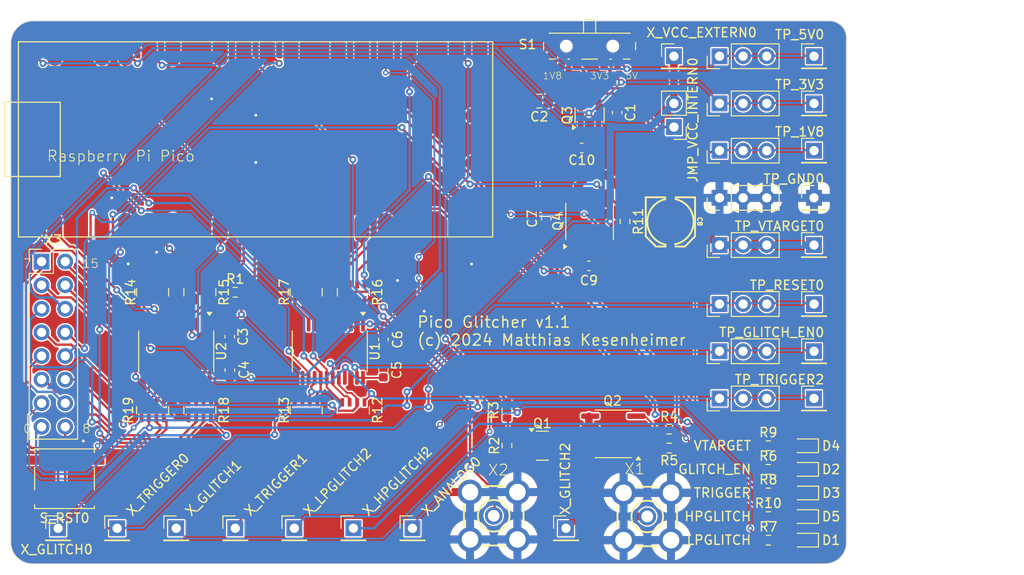
<source format=kicad_pcb>
(kicad_pcb (version 20240108) (generator "pcbnew") (generator_version "8.0")
  (layers (0 "F.Cu" signal) (31 "B.Cu" signal) (34 "B.Paste" user) (35 "F.Paste" user) (36 "B.SilkS" user "B.Silkscreen") (37 "F.SilkS" user "F.Silkscreen") (38 "B.Mask" user) (39 "F.Mask" user) (44 "Edge.Cuts" user))
  (net 0 "")
  (net 1 "+5V")
  (net 2 "+3V3")
  (net 3 "GND")
  (net 4 "VCC")
  (net 5 "Net-(Q3-NC{slash}FB)")
  (net 6 "/+1V8")
  (net 7 "/VTARGET")
  (net 8 "/JVCC")
  (net 9 "/VTARGET_OC")
  (net 10 "/VTARGET_EN")
  (net 11 "/GP6")
  (net 12 "/ANALOG")
  (net 13 "/GP14")
  (net 14 "/GP0")
  (net 15 "/GP5")
  (net 16 "/LPGLITCH2")
  (net 17 "/GP10")
  (net 21 "/GP2")
  (net 22 "/GP1")
  (net 23 "/GP9")
  (net 24 "/HPGLITCH2")
  (net 27 "/GP15")
  (net 28 "/GP7")
  (net 29 "/GP12")
  (net 31 "/GP13")
  (net 33 "/GP11")
  (net 34 "/GP4")
  (net 35 "Net-(PICO0-PadRUN)")
  (net 36 "/GP3")
  (net 37 "/GP8")
  (net 38 "Net-(Q1-D)")
  (net 39 "Net-(Q1-G)")
  (net 40 "Net-(Q2-G)")
  (net 41 "Net-(U2-DIR)")
  (net 42 "Net-(U1-B4)")
  (net 43 "Net-(U1-B2)")
  (net 44 "Net-(U1-B3)")
  (net 45 "Net-(U1-B8)")
  (net 46 "Net-(U1-B6)")
  (net 47 "Net-(U1-B7)")
  (net 48 "Net-(U1-B5)")
  (net 49 "Net-(U1-A4)")
  (net 50 "Net-(U1-A2)")
  (net 51 "Net-(U1-A1)")
  (net 52 "Net-(U1-A3)")
  (net 53 "Net-(U1-A8)")
  (net 54 "Net-(U1-A7)")
  (net 55 "Net-(U1-A5)")
  (net 56 "Net-(U1-A6)")
  (net 57 "Net-(U2-B2)")
  (net 58 "Net-(U2-B3)")
  (net 59 "Net-(U2-B1)")
  (net 60 "Net-(U2-B4)")
  (net 61 "Net-(U2-B8)")
  (net 62 "Net-(U2-B7)")
  (net 63 "Net-(U2-B5)")
  (net 64 "Net-(U2-B6)")
  (net 65 "Net-(D1-A)")
  (net 66 "Net-(D2-A)")
  (net 67 "Net-(D3-A)")
  (net 68 "Net-(D4-A)")
  (net 69 "Net-(D5-A)")
  (net 70 "Net-(X_GLITCH1-Pin_1)")
  (net 71 "Net-(X_TRIGGER1-Pin_1)")
  (net 72 "Net-(TP_TRIGGER2-Pin_1)")
  (net 73 "Net-(TP_RESET0-Pin_1)")
  (net 74 "Net-(TP_GLITCH_EN0-Pin_1)")
  (net 75 "Net-(X3-Pin_5)")
  (net 76 "Net-(X3-Pin_7)")
  (net 77 "Net-(X3-Pin_3)")
  (net 78 "Net-(X3-Pin_1)")
  (net 79 "Net-(X3-Pin_9)")
  (net 80 "Net-(X3-Pin_11)")
  (footprint "Resistor_SMD:R_0603_1608Metric" (layer "F.Cu") (at 185.0271 131.6794)
    (property "Reference" "R7")
    (property "Value" "150")
  )
  (footprint "Package_SO:SOIC-8_3.9x4.9mm_P1.27mm" (layer "F.Cu") (at 168.3511 120.2386 180)
    (property "Reference" "Q2")
    (property "Value" "IRF7807PBF")
  )
  (footprint "Capacitor_SMD:C_0603_1608Metric" (layer "F.Cu") (at 164.9611 89.4686)
    (property "Reference" "C10")
    (property "Value" "0.1uF")
  )
  (footprint "LED_SMD:LED_0603_1608Metric" (layer "F.Cu") (at 188.936 121.5194 180)
    (property "Reference" "D4")
    (property "Value" "LED_RED_TARGET_POWER")
  )
  (footprint "Package_TO_SOT_SMD:SOT-23" (layer "F.Cu") (at 160.7311 121.5086)
    (property "Reference" "Q1")
    (property "Value" "IRLML2502")
  )
  (footprint "Resistor_SMD:R_Array_Concave_4x0603" (layer "F.Cu") (at 123.9011 117.6986 -90)
    (property "Reference" "R18")
    (property "Value" "100")
  )
  (footprint "Connector_PinHeader_2.54mm:PinHeader_1x03_P2.54mm_Vertical" (layer "F.Cu") (at 179.7811 79.5986 90)
    (property "Reference" "X_5V0" (hide yes))
    (property "Value" "PINHDR_3X1" (hide yes))
  )
  (footprint "Resistor_SMD:R_0603_1608Metric" (layer "F.Cu") (at 185.0271 126.5994)
    (property "Reference" "R8")
    (property "Value" "150")
  )
  (footprint "Resistor_SMD:R_0603_1608Metric" (layer "F.Cu") (at 169.6211 97.3786 -90)
    (property "Reference" "R11")
    (property "Value" "10K")
  )
  (footprint "Connector_PinHeader_2.54mm:PinHeader_1x01_P2.54mm_Vertical" (layer "F.Cu") (at 189.9411 99.9186)
    (property "Reference" "TP_VTARGET0")
    (property "Value" "PINHDR_1X1")
  )
  (footprint "Resistor_SMD:R_0603_1608Metric" (layer "F.Cu") (at 156.9211 121.5086 -90)
    (property "Reference" "R2")
    (property "Value" "10K")
  )
  (footprint "Resistor_SMD:R_Array_Concave_4x0603" (layer "F.Cu") (at 135.3311 117.6986 -90)
    (property "Reference" "R13")
    (property "Value" "10k")
  )
  (footprint "Connector_PinHeader_2.54mm:PinHeader_1x01_P2.54mm_Vertical" (layer "F.Cu") (at 189.9411 116.4286)
    (property "Reference" "TP_TRIGGER2")
    (property "Value" "PINHDR_1X1")
  )
  (footprint "Connector_PinHeader_2.54mm:PinHeader_1x01_P2.54mm_Vertical" (layer "F.Cu") (at 174.8791 79.5986)
    (property "Reference" "X_VCC_EXTERN0")
    (property "Value" "PINHDR_1X1")
  )
  (footprint "Connector_PinHeader_2.54mm:PinHeader_1x01_P2.54mm_Vertical" (layer "F.Cu") (at 134.0611 130.3986)
    (property "Reference" "X_LPGLITCH2")
    (property "Value" "PINHDR_1X1")
  )
  (footprint "Connector_PinHeader_2.54mm:PinHeader_1x03_P2.54mm_Vertical" (layer "F.Cu") (at 179.7811 99.9186 90)
    (property "Reference" "X_VTARGET0" (hide yes))
    (property "Value" "PINHDR_3X1")
  )
  (footprint "Connector_PinHeader_2.54mm:PinHeader_1x01_P2.54mm_Vertical" (layer "F.Cu") (at 189.9411 94.8386)
    (property "Reference" "TP_GND0")
    (property "Value" "PINHDR_1X1")
  )
  (footprint "Connector_PinHeader_2.54mm:PinHeader_1x01_P2.54mm_Vertical" (layer "F.Cu") (at 146.7611 130.3986)
    (property "Reference" "X_ANALOG0")
    (property "Value" "PINHDR_1X1")
  )
  (footprint "Connector_PinHeader_2.54mm:PinHeader_1x01_P2.54mm_Vertical" (layer "F.Cu") (at 189.9411 89.7586)
    (property "Reference" "TP_1V8")
    (property "Value" "PINHDR_1X1")
  )
  (footprint "Connector_PinHeader_2.54mm:PinHeader_1x01_P2.54mm_Vertical" (layer "F.Cu") (at 189.9411 84.6786)
    (property "Reference" "TP_3V3")
    (property "Value" "PINHDR_1X1")
  )
  (footprint "Resistor_SMD:R_0603_1608Metric" (layer "F.Cu") (at 185.0271 124.0594)
    (property "Reference" "R6")
    (property "Value" "150")
  )
  (footprint "Button_Switch_SMD:SW_Push_1P1T_NO_CK_KSC7xxJ" (layer "F.Cu") (at 109.3471 125.0646)
    (property "Reference" "S_RST0")
    (property "Value" "SW_Push_Shielded")
  )
  (footprint "Connector_PinHeader_2.54mm:PinHeader_2x08_P2.54mm_Vertical" (layer "F.Cu") (at 106.883106 101.6966)
    (property "Reference" "X3")
    (property "Value" "M08X2")
  )
  (footprint "Connector_PinHeader_2.54mm:PinHeader_1x01_P2.54mm_Vertical" (layer "F.Cu") (at 127.7111 130.3986)
    (property "Reference" "X_TRIGGER1")
    (property "Value" "PINHDR_1X1")
  )
  (footprint "pico-glitcher:BU-SMA" (layer "F.Cu") (at 155.5017 129.0552)
    (property "Reference" "X2")
    (property "Value" "BU-SMA")
  )
  (footprint "Package_SO:TSSOP-24_4.4x7.8mm_P0.65mm" (layer "F.Cu") (at 137.8711 111.3486 -90)
    (property "Reference" "U1")
    (property "Value" "NH245")
  )
  (footprint "Resistor_SMD:R_Array_Concave_4x0603" (layer "F.Cu") (at 118.8211 117.6986 -90)
    (property "Reference" "R19")
    (property "Value" "100")
  )
  (footprint "Package_SO:TSSOP-24_4.4x7.8mm_P0.65mm" (layer "F.Cu") (at 121.3611 111.3486 -90)
    (property "Reference" "U2")
    (property "Value" "NH245")
  )
  (footprint "Capacitor_SMD:C_0603_1608Metric" (layer "F.Cu") (at 161.1511 97.0886 -90)
    (property "Reference" "C7")
    (property "Value" "0.1uF")
  )
  (footprint "Connector_PinHeader_2.54mm:PinHeader_1x01_P2.54mm_Vertical" (layer "F.Cu") (at 115.0111 130.3986)
    (property "Reference" "X_TRIGGER0")
    (property "Value" "PINHDR_1X1")
  )
  (footprint "Connector_PinHeader_2.54mm:PinHeader_1x03_P2.54mm_Vertical" (layer "F.Cu") (at 179.7811 106.2686 90)
    (property "Reference" "X_RESET0" (hide yes))
    (property "Value" "PINHDR_3X1" (hide yes))
  )
  (footprint "Capacitor_SMD:C_0603_1608Metric" (layer "F.Cu") (at 127.1151 109.7886 -90)
    (property "Reference" "C3")
    (property "Value" "0.1uF")
  )
  (footprint "Package_TO_SOT_SMD:SOT-23-5" (layer "F.Cu") (at 165.8111 85.9486 90)
    (property "Reference" "Q3")
    (property "Value" "TPS 79318")
  )
  (footprint "Resistor_SMD:R_Array_Concave_4x0603" (layer "F.Cu") (at 135.3311 104.9986 -90)
    (property "Reference" "R17")
    (property "Value" "100")
  )
  (footprint "pico-glitcher:BU-SMA" (layer "F.Cu") (at 172.0117 129.1286)
    (property "Reference" "X1")
    (property "Value" "BU-SMA")
  )
  (footprint "Connector_PinHeader_2.54mm:PinHeader_1x02_P2.54mm_Vertical" (layer "F.Cu") (at 174.8791 87.2186 180)
    (property "Reference" "JMP_VCC_INTERN0")
    (property "Value" "JMP_VCC_INTERN")
  )
  (footprint "Capacitor_SMD:C_0603_1608Metric" (layer "F.Cu") (at 143.6371 113.3806 -90)
    (property "Reference" "C5")
    (property "Value" "0.1uF")
  )
  (footprint "Button_Switch_SMD:SW_SP3T_PCM13" (layer "F.Cu") (at 165.8111 78.8366 180)
    (property "Reference" "S1")
    (property "Value" "Micro Slide Switch")
  )
  (footprint "Resistor_SMD:R_0603_1608Metric" (layer "F.Cu") (at 185.0271 129.1394)
    (property "Reference" "R10")
    (property "Value" "150")
  )
  (footprint "Connector_PinHeader_2.54mm:PinHeader_1x01_P2.54mm_Vertical" (layer "F.Cu") (at 189.9411 106.2686)
    (property "Reference" "TP_RESET0")
    (property "Value" "PINHDR_1X1")
  )
  (footprint "LED_SMD:LED_0603_1608Metric" (layer "F.Cu") (at 188.936 129.1394 180)
    (property "Reference" "D5")
    (property "Value" "LED_RED_HPGLITCH")
  )
  (footprint "Resistor_SMD:R_0603_1608Metric" (layer "F.Cu") (at 127.7111 104.9986)
    (property "Reference" "R1")
    (property "Value" "10K")
  )
  (footprint "Connector_PinHeader_2.54mm:PinHeader_1x03_P2.54mm_Vertical" (layer "F.Cu") (at 179.7811 111.3486 90)
    (property "Reference" "X_GLITCH_EN0" (hide yes))
    (property "Value" "PINHDR_3X1" (hide yes))
  )
  (footprint "Capacitor_SMD:C_0603_1608Metric" (layer "F.Cu") (at 143.6371 110.0786 -90)
    (property "Reference" "C6")
    (property "Value" "0.1uF")
  )
  (footprint "Resistor_SMD:R_Array_Concave_4x0603" (layer "F.Cu") (at 123.9011 104.9986 -90)
    (property "Reference" "R15")
    (property "Value" "10k")
  )
  (footprint "Capacitor_SMD:C_0603_1608Metric" (layer "F.Cu") (at 168.7711 85.6586 -90)
    (property "Reference" "C1")
    (property "Value" "10nF")
  )
  (footprint "LED_SMD:LED_0603_1608Metric" (layer "F.Cu") (at 188.936 124.0594 180)
    (property "Reference" "D2")
    (property "Value" "LED_BLUE_GLITCH_EN")
  )
  (footprint "pico-glitcher:RPI_PICO" (layer "F.Cu") (at 129.892725 88.546 90)
    (property "Reference" "PICO0" (hide yes))
    (property "Value" "Raspberry Pi" (hide yes))
  )
  (footprint "Connector_PinHeader_2.54mm:PinHeader_1x01_P2.54mm_Vertical" (layer "F.Cu") (at 140.4111 130.3986)
    (property "Reference" "X_HPGLITCH2")
    (property "Value" "PINHDR_1X1")
  )
  (footprint "Connector_PinHeader_2.54mm:PinHeader_1x03_P2.54mm_Vertical" (layer "F.Cu") (at 179.7811 116.4286 90)
    (property "Reference" "X_TRIGGER2" (hide yes))
    (property "Value" "PINHDR_3X1" (hide yes))
  )
  (footprint "Capacitor_SMD:C_0603_1608Metric" (layer "F.Cu") (at 127.1271 113.3806 -90)
    (property "Reference" "C4")
    (property "Value" "0.1uF")
  )
  (footprint "Capacitor_SMD:C_0603_1608Metric" (layer "F.Cu") (at 165.7351 102.1686)
    (property "Reference" "C9")
    (property "Value" "0.1uF")
  )
  (footprint "Connector_PinHeader_2.54mm:PinHeader_1x01_P2.54mm_Vertical" (layer "F.Cu") (at 189.9411 111.3486)
    (property "Reference" "TP_GLITCH_EN0")
    (property "Value" "PINHDR_1X1")
  )
  (footprint "Resistor_SMD:R_Array_Concave_4x0603" (layer "F.Cu") (at 140.4111 117.6986 -90)
    (property "Reference" "R12")
    (property "Value" "10k")
  )
  (footprint "Connector_PinHeader_2.54mm:PinHeader_1x03_P2.54mm_Vertical" (layer "F.Cu") (at 179.7811 94.8386 90)
    (property "Reference" "X_GND0" (hide yes))
    (property "Value" "PINHDR_3X1")
  )
  (footprint "Connector_PinHeader_2.54mm:PinHeader_1x01_P2.54mm_Vertical" (layer "F.Cu") (at 108.6611 130.3986)
    (property "Reference" "X_GLITCH0")
    (property "Value" "PINHDR_1X1")
  )
  (footprint "pico-glitcher:PANASONIC_C" (layer "F.Cu") (at 174.7011 97.3786 -90)
    (property "Reference" "C8")
    (property "Value" "22uF")
  )
  (footprint "LED_SMD:LED_0603_1608Metric" (layer "F.Cu") (at 188.936 131.6794 180)
    (property "Reference" "D1")
    (property "Value" "LED_RED_LPGLITCH")
  )
  (footprint "Connector_PinHeader_2.54mm:PinHeader_1x01_P2.54mm_Vertical" (layer "F.Cu") (at 189.9411 79.5986)
    (property "Reference" "TP_5V0")
    (property "Value" "M01PTH")
  )
  (footprint "LED_SMD:LED_0603_1608Metric" (layer "F.Cu") (at 188.9506 126.5994 180)
    (property "Reference" "D3")
    (property "Value" "LED_BLUE_TRIGGER2")
  )
  (footprint "Connector_PinHeader_2.54mm:PinHeader_1x03_P2.54mm_Vertical" (layer "F.Cu") (at 179.7811 89.7586 90)
    (property "Reference" "X_1V8" (hide yes))
    (property "Value" "PINHDR_3X1" (hide yes))
  )
  (footprint "Resistor_SMD:R_0603_1608Metric" (layer "F.Cu") (at 174.3711 119.7306 180)
    (property "Reference" "R4")
    (property "Value" "1R")
  )
  (footprint "Package_SO:SOIC-8_3.9x4.9mm_P1.27mm" (layer "F.Cu") (at 165.8111 97.3786 90)
    (property "Reference" "Q4")
    (property "Value" "TPS2041")
  )
  (footprint "Connector_PinHeader_2.54mm:PinHeader_1x03_P2.54mm_Vertical" (layer "F.Cu") (at 179.7811 84.6786 90)
    (property "Reference" "X_3V3" (hide yes))
    (property "Value" "PINHDR_3X1" (hide yes))
  )
  (footprint "Capacitor_SMD:C_0805_2012Metric" (layer "F.Cu") (at 160.4011 84.4246 180)
    (property "Reference" "C2")
    (property "Value" "2.2u")
  )
  (footprint "Resistor_SMD:R_0603_1608Metric" (layer "F.Cu") (at 156.9211 117.6986 90)
    (property "Reference" "R3")
    (property "Value" "1R")
  )
  (footprint "Resistor_SMD:R_Array_Concave_4x0603" (layer "F.Cu") (at 118.8211 104.9986 -90)
    (property "Reference" "R14")
    (property "Value" "10k")
  )
  (footprint "Resistor_SMD:R_0603_1608Metric" (layer "F.Cu") (at 174.3711 121.7626 180)
    (property "Reference" "R5")
    (property "Value" "10K")
  )
  (footprint "Resistor_SMD:R_Array_Concave_4x0603" (layer "F.Cu") (at 140.4111 104.9986 -90)
    (property "Reference" "R16")
    (property "Value" "100")
  )
  (footprint "Resistor_SMD:R_0603_1608Metric" (layer "F.Cu") (at 185.0271 121.5194)
    (property "Reference" "R9")
    (property "Value" "220")
  )
  (footprint "Connector_PinHeader_2.54mm:PinHeader_1x01_P2.54mm_Vertical" (layer "F.Cu") (at 121.3611 130.3986)
    (property "Reference" "X_GLITCH1")
    (property "Value" "PINHDR_1X1")
  )
  (footprint "Connector_PinHeader_2.54mm:PinHeader_1x01_P2.54mm_Vertical" (layer "F.Cu") (at 163.2711 130.3986)
    (property "Reference" "X_GLITCH2")
    (property "Value" "PINHDR_1X1")
  )
  (gr_arc (start 193.4211 131.9226) (mid 192.751546 133.539046) (end 191.1351 134.2086) (stroke (width 0.0762)) (layer "Edge.Cuts"))
  (gr_arc (start 191.617959 75.7986) (mid 192.892972 76.326728) (end 193.4211 77.601741) (stroke (width 0.0762)) (layer "Edge.Cuts"))
  (gr_line (start 193.4211 77.601741) (end 193.4211 131.9226) (stroke (width 0.0762)) (layer "Edge.Cuts"))
  (gr_line (start 106.00669 75.7986) (end 191.617959 75.7986) (stroke (width 0.0762)) (layer "Edge.Cuts"))
  (gr_arc (start 103.5811 78.224191) (mid 104.291538 76.50904) (end 106.006689 75.7986) (stroke (width 0.0762)) (layer "Edge.Cuts"))
  (gr_arc (start 105.897953 134.2086) (mid 104.259691 133.530009) (end 103.5811 131.891747) (stroke (width 0.0762)) (layer "Edge.Cuts"))
  (gr_line (start 103.5811 131.891747) (end 103.5811 78.224191) (stroke (width 0.0762)) (layer "Edge.Cuts"))
  (gr_line (start 191.1351 134.2086) (end 105.897953 134.2086) (stroke (width 0.0762)) (layer "Edge.Cuts"))
  (gr_text "1V8" (at 160.7311 82.1386 0) (layer "F.SilkS") (effects (font (size 0.747776 0.747776) (thickness 0.065024)) (justify left bottom)))
  (gr_text "5V" (at 169.6211 82.1386 0) (layer "F.SilkS") (effects (font (size 0.747776 0.747776) (thickness 0.065024)) (justify left bottom)))
  (gr_text "GLITCH_EN" (at 183.2611 124.0486 0) (layer "F.SilkS") (effects (font (size 1 1)) (justify right)))
  (gr_text "Pico Glitcher v1.1\n(c) 2024 Matthias Kesenheimer" (at 147.1931 110.8406 0) (layer "F.SilkS") (effects (font (size 1.2 1.2)) (justify left bottom)))
  (gr_text "15" (at 111.2011 102.4586 0) (layer "F.SilkS") (effects (font (size 0.93472 0.93472) (thickness 0.08128)) (justify left bottom)))
  (gr_text "Raspberry Pi Pico" (at 107.3911 91.0286 0) (layer "F.SilkS") (effects (font (size 1.1684 1.1684) (thickness 0.1016)) (justify left bottom)))
  (gr_text "7" (at 104.8511 102.4586 0) (layer "F.SilkS") (effects (font (size 0.93472 0.93472) (thickness 0.08128)) (justify left bottom)))
  (gr_text "VTARGET" (at 183.2611 121.5086 0) (layer "F.SilkS") (effects (font (size 1 1)) (justify right)))
  (gr_text "3V3" (at 165.8111 82.1386 0) (layer "F.SilkS") (effects (font (size 0.747776 0.747776) (thickness 0.065024)) (justify left bottom)))
  (gr_text "8" (at 111.2011 120.2386 0) (layer "F.SilkS") (effects (font (size 0.93472 0.93472) (thickness 0.08128)) (justify left bottom)))
  (gr_text "TRIGGER" (at 183.2611 126.5886 0) (layer "F.SilkS") (effects (font (size 1 1)) (justify right)))
  (gr_text "0" (at 104.8511 120.2386 0) (layer "F.SilkS") (effects (font (size 0.93472 0.93472) (thickness 0.08128)) (justify left bottom)))
  (gr_text "HPGLITCH" (at 183.2611 129.1286 0) (layer "F.SilkS") (effects (font (size 1 1)) (justify right)))
  (gr_text "LPGLITCH" (at 183.2611 131.6686 0) (layer "F.SilkS") (effects (font (size 1 1)) (justify right)))
  (segment (start 105.8163 79.1414) (end 105.762725 79.021) (width 0.254) (layer "F.Cu") (net 1))
  (segment (start 169.8243 80.9702) (end 169.0115 80.1574) (width 0.254) (layer "F.Cu") (net 1))
  (segment (start 169.0115 80.1574) (end 168.8111 80.3186) (width 0.254) (layer "F.Cu") (net 1))
  (segment (start 107.0355 80.3606) (end 105.8163 79.1414) (width 0.254) (layer "F.Cu") (net 1))
  (via (at 169.8243 80.9702) (size 0.7564) (drill 0.35) (layers "F.Cu" "B.Cu") (net 1))
  (via (at 107.0355 80.3606) (size 0.7564) (drill 0.35) (layers "F.Cu" "B.Cu") (net 1))
  (segment (start 184.8611 79.5478) (end 182.4227 79.5478) (width 0.254) (layer "B.Cu") (net 1))
  (segment (start 182.2195 79.5478) (end 182.3211 79.5986) (width 0.254) (layer "B.Cu") (net 1))
  (segment (start 179.7811 79.5478) (end 179.7811 79.5986) (width 0.254) (layer "B.Cu") (net 1))
  (segment (start 163.3219 80.9702) (end 160.6803 78.3286) (width 0.254) (layer "B.Cu") (net 1))
  (segment (start 179.7811 79.751) (end 178.5619 80.9702) (width 0.254) (layer "B.Cu") (net 1))
  (segment (start 179.7811 79.5478) (end 182.2195 79.5478) (width 0.254) (layer "B.Cu") (net 1))
  (segment (start 184.8611 79.5478) (end 184.8611 79.5986) (width 0.254) (layer "B.Cu") (net 1))
  (segment (start 169.8243 80.9702) (end 163.3219 80.9702) (width 0.254) (layer "B.Cu") (net 1))
  (segment (start 118.2115 78.3286) (end 116.1795 80.3606) (width 0.254) (layer "B.Cu") (net 1))
  (segment (start 178.5619 80.9702) (end 169.8243 80.9702) (width 0.254) (layer "B.Cu") (net 1))
  (segment (start 116.1795 80.3606) (end 107.0355 80.3606) (width 0.254) (layer "B.Cu") (net 1))
  (segment (start 179.7811 79.751) (end 179.7811 79.5986) (width 0.254) (layer "B.Cu") (net 1))
  (segment (start 182.4227 79.5478) (end 182.3211 79.5986) (width 0.254) (layer "B.Cu") (net 1))
  (segment (start 184.8611 79.5478) (end 189.9411 79.5478) (width 0.254) (layer "B.Cu") (net 1))
  (segment (start 160.6803 78.3286) (end 118.2115 78.3286) (width 0.254) (layer "B.Cu") (net 1))
  (segment (start 189.9411 79.5478) (end 189.9411 79.5986) (width 0.254) (layer "B.Cu") (net 1))
  (segment (start 128.5747 104.9478) (end 129.7939 103.7286) (width 0.254) (layer "F.Cu") (net 2))
  (segment (start 126.5323 108.4308) (end 127.1151 109.0136) (width 0.254) (layer "F.Cu") (net 2))
  (segment (start 142.1891 108.4022) (end 141.5795 108.4022) (width 0.254) (layer "F.Cu") (net 2))
  (segment (start 129.7939 103.7286) (end 129.7939 96.8198) (width 0.254) (layer "F.Cu") (net 2))
  (segment (start 164.8611 86.5686) (end 165.7351 85.6946) (width 0.2) (layer "F.Cu") (net 2))
  (segment (start 127.2031 108.8086) (end 127.1151 108.9386) (width 0.254) (layer "F.Cu") (net 2))
  (segment (start 128.5747 104.9478) (end 128.5611 104.9986) (width 0.254) (layer "F.Cu") (net 2))
  (segment (start 167.1827 80.3606) (end 167.3111 80.3186) (width 0.254) (layer "F.Cu") (net 2))
  (segment (start 169.2147 82.3926) (end 167.1827 80.3606) (width 0.254) (layer "F.Cu") (net 2))
  (segment (start 166.7611 87.0861) (end 166.7611 86.7206) (width 0.2) (layer "F.Cu") (net 2))
  (segment (start 115.7731 82.799) (end 115.7731 79.1414) (width 0.254) (layer "F.Cu") (net 2))
  (segment (start 164.8611 87.0861) (end 164.8611 86.5686) (width 0.2) (layer "F.Cu") (net 2))
  (segment (start 115.9763 79.1414) (end 115.922725 79.021) (width 0.254) (layer "F.Cu") (net 2))
  (segment (start 124.9361 108.4308) (end 126.5323 108.4308) (width 0.254) (layer "F.Cu") (net 2))
  (segment (start 164.8611 88.7186) (end 164.1111 89.4686) (width 0.254) (layer "F.Cu") (net 2))
  (segment (start 129.7939 96.8198) (end 115.7731 82.799) (width 0.254) (layer "F.Cu") (net 2))
  (segment (start 127.1151 108.6426) (end 128.3715 107.3862) (width 0.2) (layer "F.Cu") (net 2))
  (segment (start 127.1151 109.0136) (end 127.1151 108.6426) (width 0.2) (layer "F.Cu") (net 2))
  (segment (start 126.9999 109.0118) (end 127.1151 108.9386) (width 0.254) (layer "F.Cu") (net 2))
  (segment (start 115.9763 79.1414) (end 117.1955 80.3606) (width 0.254) (layer "F.Cu") (net 2))
  (segment (start 115.7731 79.1414) (end 115.922725 79.021) (width 0.254) (layer "F.Cu") (net 2))
  (segment (start 128.3715 105.151) (end 128.5611 104.9986) (width 0.254) (layer "F.Cu") (net 2))
  (segment (start 166.7611 86.7206) (end 165.7351 85.6946) (width 0.2) (layer "F.Cu") (net 2))
  (segment (start 128.3715 107.3862) (end 128.3715 105.151) (width 0.254) (layer "F.Cu") (net 2))
  (segment (start 142.7357 108.4022) (end 143.6371 109.3036) (width 0.254) (layer "F.Cu") (net 2))
  (segment (start 142.1891 108.4022) (end 142.7357 108.4022) (width 0.254) (layer "F.Cu") (net 2))
  (segment (start 141.5795 108.4022) (end 141.4461 108.4308) (width 0.254) (layer "F.Cu") (net 2))
  (segment (start 164.8611 87.2486) (end 164.8611 88.7186) (width 0.254) (layer "F.Cu") (net 2))
  (via (at 128.3715 107.3862) (size 0.7564) (drill 0.35) (layers "F.Cu" "B.Cu") (net 2))
  (via (at 142.1891 108.4022) (size 0.7564) (drill 0.35) (layers "F.Cu" "B.Cu") (net 2))
  (via (at 169.2147 82.3926) (size 0.7564) (drill 0.35) (layers "F.Cu" "B.Cu") (net 2))
  (via (at 117.1955 80.3606) (size 0.7564) (drill 0.35) (layers "F.Cu" "B.Cu") (net 2))
  (via (at 165.7351 85.6946) (size 0.7564) (drill 0.35) (layers "F.Cu" "B.Cu") (net 2))
  (segment (start 179.7811 84.6278) (end 179.7811 84.6786) (width 0.254) (layer "B.Cu") (net 2))
  (segment (start 155.8035 78.735) (end 162.7123 85.6438) (width 0.254) (layer "B.Cu") (net 2))
  (segment (start 162.7123 85.6438) (end 165.9635 85.6438) (width 0.254) (layer "B.Cu") (net 2))
  (segment (start 177.5459 82.3926) (end 169.2147 82.3926) (width 0.254) (layer "B.Cu") (net 2))
  (segment (start 184.8611 84.6278) (end 182.4227 84.6278) (width 0.254) (layer "B.Cu") (net 2))
  (segment (start 117.1955 80.3606) (end 118.8211 78.735) (width 0.254) (layer "B.Cu") (net 2))
  (segment (start 135.2803 113.8886) (end 140.7667 108.4022) (width 0.254) (layer "B.Cu") (net 2))
  (segment (start 182.4227 84.6278) (end 182.3211 84.6786) (width 0.254) (layer "B.Cu") (net 2))
  (segment (start 140.7667 108.4022) (end 142.1891 108.4022) (width 0.254) (layer "B.Cu") (net 2))
  (segment (start 128.3715 107.3862) (end 134.8739 113.8886) (width 0.254) (layer "B.Cu") (net 2))
  (segment (start 169.2147 82.3926) (end 165.9635 85.6438) (width 0.254) (layer "B.Cu") (net 2))
  (segment (start 182.3211 84.6786) (end 179.7811 84.6786) (width 0.254) (layer "B.Cu") (net 2))
  (segment (start 134.8739 113.8886) (end 135.2803 113.8886) (width 0.254) (layer "B.Cu") (net 2))
  (segment (start 179.7811 84.6278) (end 177.5459 82.3926) (width 0.254) (layer "B.Cu") (net 2))
  (segment (start 118.8211 78.735) (end 155.8035 78.735) (width 0.254) (layer "B.Cu") (net 2))
  (segment (start 184.8611 84.6278) (end 184.8611 84.6786) (width 0.254) (layer "B.Cu") (net 2))
  (segment (start 189.9411 84.6278) (end 189.9411 84.6786) (width 0.254) (layer "B.Cu") (net 2))
  (segment (start 182.2195 84.6278) (end 182.3211 84.6786) (width 0.254) (layer "B.Cu") (net 2))
  (segment (start 184.8611 84.6278) (end 189.9411 84.6278) (width 0.254) (layer "B.Cu") (net 2))
  (segment (start 174.7011 126.487) (end 174.5616 126.5787) (width 0.254) (layer "F.Cu") (net 3))
  (segment (start 165.7603 89.5046) (end 165.8111 89.4686) (width 0.254) (layer "F.Cu") (net 3))
  (segment (start 158.2419 126.487) (end 158.0516 126.5053) (width 0.254) (layer "F.Cu") (net 3))
  (segment (start 174.7011 126.0806) (end 174.7011 126.487) (width 0.254) (layer "F.Cu") (net 3))
  (via (at 111.3791 121.0006) (size 0.6) (drill 0.3) (layers "F.Cu" "B.Cu") (net 3))
  (via (at 129.9211 91.0286) (size 0.6) (drill 0.3) (layers "F.Cu" "B.Cu") (net 3))
  (via (at 148.0311 122.2814) (size 0.6) (drill 0.3) (layers "F.Cu" "B.Cu") (net 3))
  (via (at 116.2051 101.9506) (size 0.6) (drill 0.3) (layers "F.Cu" "B.Cu") (net 3))
  (via (at 125.1711 84.1814) (size 0.6) (drill 0.3) (layers "F.Cu" "B.Cu") (net 3))
  (via (at 145.1611 103.7286) (size 0.6) (drill 0.3) (layers "F.Cu" "B.Cu") (net 3))
  (via (at 114.4271 94.8386) (size 0.6) (drill 0.3) (layers "F.Cu" "B.Cu") (net 3))
  (via (at 119.2531 100.6806) (size 0.6) (drill 0.3) (layers "F.Cu" "B.Cu") (net 3))
  (via (at 148.0311 107.0414) (size 0.6) (drill 0.3) (layers "F.Cu" "B.Cu") (net 3))
  (via (at 153.1111 101.9614) (size 0.6) (drill 0.3) (layers "F.Cu" "B.Cu") (net 3))
  (via (at 129.9211 85.9486) (size 0.6) (drill 0.3) (layers "F.Cu" "B.Cu") (net 3))
  (segment (start 169.6211 131.567) (end 174.4979 131.567) (width 0.254) (layer "B.Cu") (net 3))
  (segment (start 158.0387 126.6902) (end 158.0387 131.567) (width 0.254) (layer "B.Cu") (net 3))
  (segment (start 169.4179 126.6902) (end 169.4618 126.5787) (width 0.254) (layer "B.Cu") (net 3))
  (segment (start 174.4979 126.487) (end 174.5616 126.5787) (width 0.254) (layer "B.Cu") (net 3))
  (segment (start 169.6211 126.487) (end 174.4979 126.487) (width 0.254) (layer "B.Cu") (net 3))
  (segment (start 169.4179 131.567) (end 169.4618 131.6785) (width 0.254) (layer "B.Cu") (net 3))
  (segment (start 169.4179 131.7702) (end 158.2419 131.7702) (width 0.254) (layer "B.Cu") (net 3))
  (segment (start 169.6211 131.567) (end 169.4618 131.6785) (width 0.254) (layer "B.Cu") (net 3))
  (segment (start 169.6211 126.487) (end 169.4618 126.5787) (width 0.254) (layer "B.Cu") (net 3))
  (segment (start 174.4979 131.567) (end 174.5616 131.6785) (width 0.254) (layer "B.Cu") (net 3))
  (segment (start 152.9587 131.567) (end 152.9518 131.6051) (width 0.254) (layer "B.Cu") (net 3))
  (segment (start 169.4179 131.7702) (end 169.4618 131.6785) (width 0.254) (layer "B.Cu") (net 3))
  (segment (start 152.9587 126.6902) (end 152.9587 131.567) (width 0.254) (layer "B.Cu") (net 3))
  (segment (start 158.0387 131.567) (end 158.0516 131.6051) (width 0.254) (layer "B.Cu") (net 3))
  (segment (start 158.0387 131.567) (end 152.9587 131.567) (width 0.254) (layer "B.Cu") (net 3))
  (segment (start 152.9587 126.6902) (end 152.9518 126.5053) (width 0.254) (layer "B.Cu") (net 3))
  (segment (start 158.0387 126.6902) (end 158.0516 126.5053) (width 0.254) (layer "B.Cu") (net 3))
  (segment (start 169.4179 126.6902) (end 169.4179 131.567) (width 0.254) (layer "B.Cu") (net 3))
  (segment (start 158.2419 131.7702) (end 158.0516 131.6051) (width 0.254) (layer "B.Cu") (net 3))
  (segment (start 140.7961 114.2111) (end 140.7961 113.3084) (width 0.2) (layer "F.Cu") (net 4))
  (segment (start 126.9999 114.0918) (end 127.1151 114.0186) (width 0.254) (layer "F.Cu") (net 4))
  (segment (start 169.6211 98.2036) (end 168.8461 98.2036) (width 0.8128) (layer "F.Cu") (net 4))
  (segment (start 166.4461 100.1786) (end 165.1761 100.1786) (width 0.8128) (layer "F.Cu") (net 4))
  (segment (start 119.8371 80.5638) (end 118.4147 79.1414) (width 0.254) (layer "F.Cu") (net 4))
  (segment (start 169.6211 101.1886) (end 169.6211 98.2036) (width 0.8128) (layer "F.Cu") (net 4))
  (segment (start 140.7961 114.2111) (end 143.5816 114.2111) (width 0.2) (layer "F.Cu") (net 4))
  (segment (start 143.5816 114.2111) (end 143.6371 114.1556) (width 0.2) (layer "F.Cu") (net 4))
  (segment (start 169.6211 101.1886) (end 168.6411 102.1686) (width 0.8128) (layer "F.Cu") (net 4))
  (segment (start 166.5101 100.2426) (end 166.4461 100.1786) (width 0.8128) (layer "F.Cu") (net 4))
  (segment (start 166.5101 102.1686) (end 166.5101 100.2426) (width 0.8128) (layer "F.Cu") (net 4))
  (segment (start 126.8731 114.1556) (end 129.4001 114.1556) (width 0.2) (layer "F.Cu") (net 4))
  (segment (start 168.8461 98.2036) (end 168.0211 97.3786) (width 0.8128) (layer "F.Cu") (net 4))
  (segment (start 174.8791 84.6786) (end 174.8791 79.5986) (width 0.8128) (layer "F.Cu") (net 4))
  (segment (start 140.7961 113.3084) (end 140.5635 113.0758) (width 0.2) (layer "F.Cu") (net 4))
  (segment (start 127.0163 114.2664) (end 127.1271 114.1556) (width 0.254) (layer "F.Cu") (net 4))
  (segment (start 124.2861 114.2664) (end 127.0163 114.2664) (width 0.254) (layer "F.Cu") (net 4))
  (segment (start 118.4147 79.1414) (end 118.462725 79.021) (width 0.254) (layer "F.Cu") (net 4))
  (segment (start 168.6411 102.1686) (end 166.5101 102.1686) (width 0.8128) (layer "F.Cu") (net 4))
  (via (at 168.0211 97.3786) (size 0.7564) (drill 0.35) (layers "F.Cu" "B.Cu") (net 4))
  (via (at 140.5635 113.0758) (size 0.7564) (drill 0.35) (layers "F.Cu" "B.Cu") (net 4))
  (via (at 129.4131 114.1426) (size 0.6) (drill 0.3) (layers "F.Cu" "B.Cu") (net 4))
  (via (at 119.8371 80.5638) (size 0.7564) (drill 0.35) (layers "F.Cu" "B.Cu") (net 4))
  (segment (start 168.0211 97.3786) (end 168.0211 87.2438) (width 0.8128) (layer "B.Cu") (net 4))
  (segment (start 139.3443 112.263) (end 137.3123 114.295) (width 0.254) (layer "B.Cu") (net 4))
  (segment (start 148.2851 113.0758) (end 140.5635 113.0758) (width 0.254) (layer "B.Cu") (net 4))
  (segment (start 155.6003 79.1414) (end 126.9491 79.1414) (width 0.254) (layer "B.Cu") (net 4))
  (segment (start 140.5635 113.0758) (end 139.7507 112.263) (width 0.254) (layer "B.Cu") (net 4))
  (segment (start 126.9491 79.1414) (end 125.5267 80.5638) (width 0.254) (layer "B.Cu") (net 4))
  (segment (start 139.7507 112.263) (end 139.3443 112.263) (width 0.254) (layer "B.Cu") (net 4))
  (segment (start 168.4019 86.863) (end 163.3219 86.863) (width 0.254) (layer "B.Cu") (net 4))
  (segment (start 172.3139 87.2438) (end 174.8791 84.6786) (width 0.8128) (layer "B.Cu") (net 4))
  (segment (start 137.3123 114.295) (end 129.5655 114.295) (width 0.254) (layer "B.Cu") (net 4))
  (segment (start 168.0211 87.2438) (end 172.3139 87.2438) (width 0.8128) (layer "B.Cu") (net 4))
  (segment (start 163.3219 86.863) (end 155.6003 79.1414) (width 0.254) (layer "B.Cu") (net 4))
  (segment (start 125.5267 80.5638) (end 119.8371 80.5638) (width 0.254) (layer "B.Cu") (net 4))
  (segment (start 168.0211 97.3786) (end 163.9823 97.3786) (width 0.254) (layer "B.Cu") (net 4))
  (segment (start 163.9823 97.3786) (end 148.2851 113.0758) (width 0.254) (layer "B.Cu") (net 4))
  (segment (start 129.5655 114.295) (end 129.4131 114.1426) (width 0.254) (layer "B.Cu") (net 4))
  (segment (start 166.7763 84.6278) (end 166.9795 84.831) (width 0.254) (layer "F.Cu") (net 5))
  (segment (start 166.9795 84.831) (end 168.6051 84.831) (width 0.254) (layer "F.Cu") (net 5))
  (segment (start 166.7763 84.6278) (end 166.7611 84.6486) (width 0.254) (layer "F.Cu") (net 5))
  (segment (start 168.6051 84.831) (end 168.7711 84.8086) (width 0.254) (layer "F.Cu") (net 5))
  (segment (start 164.7443 84.831) (end 164.8611 84.6486) (width 0.254) (layer "F.Cu") (net 6))
  (segment (start 179.7811 89.911) (end 179.7811 89.7586) (width 0.254) (layer "F.Cu") (net 6))
  (segment (start 169.0135 83.6118) (end 175.3127 89.911) (width 0.254) (layer "F.Cu") (net 6))
  (segment (start 164.9475 84.6278) (end 162.7123 82.3926) (width 0.254) (layer "F.Cu") (net 6))
  (segment (start 165.8979 83.6118) (end 169.0135 83.6118) (width 0.254) (layer "F.Cu") (net 6))
  (segment (start 164.9475 84.6278) (end 164.8611 84.6486) (width 0.254) (layer "F.Cu") (net 6))
  (segment (start 162.7123 82.3926) (end 162.7123 80.3606) (width 0.254) (layer "F.Cu") (net 6))
  (segment (start 164.8611 84.8111) (end 164.4746 84.4246) (width 0.2) (layer "F.Cu") (net 6))
  (segment (start 175.3127 89.911) (end 179.7811 89.911) (width 0.254) (layer "F.Cu") (net 6))
  (segment (start 164.8611 84.6486) (end 165.8979 83.6118) (width 0.254) (layer "F.Cu") (net 6))
  (segment (start 162.7123 80.3606) (end 162.8111 80.3186) (width 0.254) (layer "F.Cu") (net 6))
  (segment (start 164.4746 84.4246) (end 161.3011 84.4246) (width 0.2) (layer "F.Cu") (net 6))
  (segment (start 182.2195 89.7078) (end 182.3211 89.7586) (width 0.254) (layer "B.Cu") (net 6))
  (segment (start 182.4227 89.7078) (end 182.3211 89.7586) (width 0.254) (layer "B.Cu") (net 6))
  (segment (start 184.8611 89.7078) (end 184.8611 89.7586) (width 0.254) (layer "B.Cu") (net 6))
  (segment (start 189.9411 89.7078) (end 189.9411 89.7586) (width 0.254) (layer "B.Cu") (net 6))
  (segment (start 179.7811 89.7078) (end 179.7811 89.7586) (width 0.254) (layer "B.Cu") (net 6))
  (segment (start 184.8611 89.7078) (end 182.4227 89.7078) (width 0.254) (layer "B.Cu") (net 6))
  (segment (start 184.8611 89.7078) (end 189.9411 89.7078) (width 0.254) (layer "B.Cu") (net 6))
  (segment (start 179.7811 89.7078) (end 182.2195 89.7078) (width 0.254) (layer "B.Cu") (net 6))
  (segment (start 177.1651 116.6826) (end 177.1651 102.5346) (width 0.2) (layer "F.Cu") (net 7))
  (segment (start 179.7811 100.071) (end 179.7811 99.9186) (width 0.254) (layer "F.Cu") (net 7))
  (segment (start 163.9061 94.5786) (end 162.2461 96.2386) (width 0.8128) (layer "F.Cu") (net 7))
  (segment (start 164.5411 94.5786) (end 164.5411 93.5686) (width 0.8128) (layer "F.Cu") (net 7))
  (segment (start 167.5211 92.2986) (end 174.5011 99.2786) (width 0.8128) (layer "F.Cu") (net 7))
  (segment (start 166.4461 94.5786) (end 165.1761 94.5786) (width 0.8128) (layer "F.Cu") (net 7))
  (segment (start 161.1511 96.2386) (end 162.2461 96.2386) (width 0.8128) (layer "F.Cu") (net 7))
  (segment (start 179.7049 99.9948) (end 179.7811 100.071) (width 0.254) (layer "F.Cu") (net 7))
  (segment (start 163.9061 94.5786) (end 165.1761 94.5786) (width 0.8128) (layer "F.Cu") (net 7))
  (segment (start 174.5011 99.2786) (end 178.9887 99.2786) (width 0.8128) (layer "F.Cu") (net 7))
  (segment (start 161.2899 96.2102) (end 161.1511 96.2386) (width 0.254) (layer "F.Cu") (net 7))
  (segment (start 182.0019 121.5194) (end 177.1651 116.6826) (width 0.2) (layer "F.Cu") (net 7))
  (segment (start 165.8111 92.2986) (end 167.5211 92.2986) (width 0.8128) (layer "F.Cu") (net 7))
  (segment (start 165.1761 94.5786) (end 164.5411 94.5786) (width 0.8128) (layer "F.Cu") (net 7))
  (segment (start 184.1771 121.5194) (end 182.0019 121.5194) (width 0.2) (layer "F.Cu") (net 7))
  (segment (start 177.1651 102.5346) (end 179.7811 99.9186) (width 0.2) (layer "F.Cu") (net 7))
  (segment (start 164.5411 93.5686) (end 165.8111 92.2986) (width 0.8128) (layer "F.Cu") (net 7))
  (segment (start 178.9887 99.2786) (end 179.7049 99.9948) (width 0.8128) (layer "F.Cu") (net 7))
  (segment (start 184.8611 99.8678) (end 189.9411 99.8678) (width 0.254) (layer "B.Cu") (net 7))
  (segment (start 184.8611 99.8678) (end 184.8611 99.9186) (width 0.254) (layer "B.Cu") (net 7))
  (segment (start 182.3211 99.9186) (end 182.2195 99.8678) (width 0.254) (layer "B.Cu") (net 7))
  (segment (start 179.7811 99.8678) (end 179.7811 99.9186) (width 0.254) (layer "B.Cu") (net 7))
  (segment (start 184.8611 99.8678) (end 182.4227 99.8678) (width 0.254) (layer "B.Cu") (net 7))
  (segment (start 179.7811 99.9186) (end 189.9411 99.9186) (width 0.8128) (layer "B.Cu") (net 7))
  (segment (start 182.4227 99.8678) (end 182.3211 99.9186) (width 0.254) (layer "B.Cu") (net 7))
  (segment (start 189.9411 99.8678) (end 189.9411 99.9186) (width 0.254) (layer "B.Cu") (net 7))
  (segment (start 173.4595 87.2186) (end 174.8791 87.2186) (width 0.254) (layer "F.Cu") (net 8))
  (segment (start 164.3111 80.3186) (end 167.0427 83.0502) (width 0.254) (layer "F.Cu") (net 8))
  (segment (start 164.3379 80.1574) (end 164.3111 80.3186) (width 0.254) (layer "F.Cu") (net 8))
  (segment (start 169.2911 83.0502) (end 173.4595 87.2186) (width 0.254) (layer "F.Cu") (net 8))
  (segment (start 174.7011 87.2694) (end 174.7011 87.2186) (width 0.254) (layer "F.Cu") (net 8))
  (segment (start 167.0427 83.0502) (end 169.2911 83.0502) (width 0.254) (layer "F.Cu") (net 8))
  (segment (start 167.7923 94.5846) (end 169.6211 96.4134) (width 0.254) (layer "F.Cu") (net 9))
  (segment (start 167.7923 94.5846) (end 167.7161 94.5786) (width 0.254) (layer "F.Cu") (net 9))
  (segment (start 167.5891 94.3814) (end 166.5731 93.3654) (width 0.254) (layer "F.Cu") (net 9))
  (segment (start 169.6211 96.4134) (end 169.6211 96.5286) (width 0.254) (layer "F.Cu") (net 9))
  (segment (start 138.7347 79.1414) (end 152.9587 93.3654) (width 0.254) (layer "F.Cu") (net 9))
  (segment (start 138.7347 79.1414) (end 138.782725 79.021) (width 0.254) (layer "F.Cu") (net 9))
  (segment (start 167.7161 94.5786) (end 167.5891 94.3814) (width 0.254) (layer "F.Cu") (net 9))
  (via (at 166.5731 93.3654) (size 0.7564) (drill 0.35) (layers "F.Cu" "B.Cu") (net 9))
  (via (at 152.9587 93.3654) (size 0.7564) (drill 0.35) (layers "F.Cu" "B.Cu") (net 9))
  (segment (start 152.9587 93.3654) (end 166.5731 93.3654) (width 0.254) (layer "B.Cu") (net 9))
  (segment (start 141.1731 79.1414) (end 141.1731 80.5638) (width 0.254) (layer "F.Cu") (net 10))
  (segment (start 141.322725 79.021) (end 141.1731 79.1414) (width 0.254) (layer "F.Cu") (net 10))
  (segment (start 167.7161 100.1786) (end 167.7161 99.9948) (width 0.254) (layer "F.Cu") (net 10))
  (segment (start 157.2259 96.6166) (end 157.3531 96.6166) (width 0.254) (layer "F.Cu") (net 10))
  (segment (start 167.7161 99.8536) (end 167.7161 98.8516) (width 0.254) (layer "F.Cu") (net 10))
  (segment (start 167.7161 98.8516) (end 165.4811 96.6166) (width 0.254) (layer "F.Cu") (net 10))
  (segment (start 141.1731 80.5638) (end 157.2259 96.6166) (width 0.254) (layer "F.Cu") (net 10))
  (segment (start 165.4811 96.6166) (end 165.2271 96.6166) (width 0.254) (layer "F.Cu") (net 10))
  (via (at 157.3531 96.6166) (size 0.6) (drill 0.3) (layers "F.Cu" "B.Cu") (net 10))
  (via (at 165.2271 96.6166) (size 0.6) (drill 0.3) (layers "F.Cu" "B.Cu") (net 10))
  (segment (start 165.2271 96.6166) (end 157.3531 96.6166) (width 0.254) (layer "B.Cu") (net 10))
  (segment (start 122.9861 109.5444) (end 123.0631 109.6214) (width 0.2) (layer "F.Cu") (net 11))
  (segment (start 122.9861 107.5736) (end 124.3011 106.2586) (width 0.2) (layer "F.Cu") (net 11))
  (segment (start 126.1363 98.4454) (end 126.1363 100.2742) (width 0.254) (layer "F.Cu") (net 11))
  (segment (start 125.9331 98.2422) (end 126.082725 98.071) (width 0.254) (layer "F.Cu") (net 11))
  (segment (start 125.9331 98.2422) (end 126.1363 98.4454) (width 0.254) (layer "F.Cu") (net 11))
  (segment (start 124.3011 106.2586) (end 124.3011 105.7986) (width 0.2) (layer "F.Cu") (net 11))
  (segment (start 122.9861 108.4308) (end 122.9861 107.5736) (width 0.2) (layer "F.Cu") (net 11))
  (segment (start 122.9861 108.4308) (end 122.9861 109.5444) (width 0.2) (layer "F.Cu") (net 11))
  (via (at 126.1363 100.2742) (size 0.7564) (drill 0.35) (layers "F.Cu" "B.Cu") (net 11))
  (via (at 123.0631 109.6214) (size 0.7564) (drill 0.35) (layers "F.Cu" "B.Cu") (net 11))
  (segment (start 123.0631 109.6214) (end 123.6979 109.6214) (width 0.254) (layer "B.Cu") (net 11))
  (segment (start 123.6979 102.7126) (end 123.6979 109.6214) (width 0.254) (layer "B.Cu") (net 11))
  (segment (start 126.1363 100.2742) (end 123.6979 102.7126) (width 0.254) (layer "B.Cu") (net 11))
  (segment (start 155.6003 126.4362) (end 152.9587 123.7946) (width 0.254) (layer "F.Cu") (net 12))
  (segment (start 128.7779 79.1414) (end 128.622725 79.021) (width 0.254) (layer "F.Cu") (net 12))
  (segment (start 152.9587 123.7946) (end 152.9587 116.9366) (width 0.254) (layer "F.Cu") (net 12))
  (segment (start 140.3603 90.7238) (end 128.7779 79.1414) (width 0.254) (layer "F.Cu") (net 12))
  (segment (start 155.5017 129.0552) (end 155.6003 128.9254) (width 0.254) (layer "F.Cu") (net 12))
  (segment (start 155.6003 128.9254) (end 155.6003 126.4362) (width 0.254) (layer "F.Cu") (net 12))
  (segment (start 152.9587 116.9366) (end 143.6115 107.5894) (width 0.254) (layer "F.Cu") (net 12))
  (via (at 143.6115 107.5894) (size 0.7564) (drill 0.35) (layers "F.Cu" "B.Cu") (net 12))
  (via (at 140.3603 90.7238) (size 0.7564) (drill 0.35) (layers "F.Cu" "B.Cu") (net 12))
  (via (at 152.9587 123.7946) (size 0.6) (drill 0.3) (layers "F.Cu" "B.Cu") (net 12))
  (segment (start 143.6115 107.5894) (end 140.3603 104.3382) (width 0.254) (layer "B.Cu") (net 12))
  (segment (start 140.3603 104.3382) (end 140.3603 90.7238) (width 0.254) (layer "B.Cu") (net 12))
  (segment (start 146.7611 129.9922) (end 152.9587 123.7946) (width 0.2) (layer "B.Cu") (net 12))
  (segment (start 146.7611 130.3986) (end 146.7611 129.9922) (width 0.2) (layer "B.Cu") (net 12))
  (segment (start 140.8111 104.1986) (end 140.8111 102.7446) (width 0.254) (layer "F.Cu") (net 13))
  (segment (start 151.5363 97.8358) (end 151.5363 98.039) (width 0.254) (layer "F.Cu") (net 13))
  (segment (start 149.7075 96.007) (end 151.5363 97.8358) (width 0.254) (layer "F.Cu") (net 13))
  (segment (start 143.4847 100.071) (end 144.2211 100.071) (width 0.254) (layer "F.Cu") (net 13))
  (segment (start 144.2211 100.071) (end 145.2371 99.055) (width 0.254) (layer "F.Cu") (net 13))
  (segment (start 145.2371 99.055) (end 145.2371 96.8198) (width 0.254) (layer "F.Cu") (net 13))
  (segment (start 145.2371 96.8198) (end 146.0499 96.007) (width 0.254) (layer "F.Cu") (net 13))
  (segment (start 151.5363 98.039) (end 151.482725 98.071) (width 0.254) (layer "F.Cu") (net 13))
  (segment (start 146.0499 96.007) (end 149.7075 96.007) (width 0.254) (layer "F.Cu") (net 13))
  (segment (start 140.8111 102.7446) (end 143.4847 100.071) (width 0.254) (layer "F.Cu") (net 13))
  (segment (start 119.0861 107.748601) (end 118.744699 107.4072) (width 0.2) (layer "F.Cu") (net 14))
  (segment (start 119.0861 108.4861) (end 119.0861 107.748601) (width 0.2) (layer "F.Cu") (net 14))
  (segment (start 118.737896 107.4072) (end 117.6211 106.290404) (width 0.2) (layer "F.Cu") (net 14))
  (segment (start 108.2547 100.4774) (end 110.0835 100.4774) (width 0.254) (layer "F.Cu") (net 14))
  (segment (start 110.0835 100.4774) (end 110.6931 101.087) (width 0.254) (layer "F.Cu") (net 14))
  (segment (start 115.1635 105.9638) (end 117.6019 105.9638) (width 0.254) (layer "F.Cu") (net 14))
  (segment (start 118.744699 107.4072) (end 118.737896 107.4072) (width 0.2) (layer "F.Cu") (net 14))
  (segment (start 110.6931 101.4934) (end 115.1635 105.9638) (width 0.254) (layer "F.Cu") (net 14))
  (segment (start 105.8163 98.039) (end 105.762725 98.071) (width 0.254) (layer "F.Cu") (net 14))
  (segment (start 110.6931 101.087) (end 110.6931 101.4934) (width 0.254) (layer "F.Cu") (net 14))
  (segment (start 105.8163 98.039) (end 108.2547 100.4774) (width 0.254) (layer "F.Cu") (net 14))
  (segment (start 122.3361 108.4308) (end 122.3361 107.250854) (width 0.2) (layer "F.Cu") (net 15))
  (segment (start 120.8531 98.2422) (end 121.4627 98.8518) (width 0.254) (layer "F.Cu") (net 15))
  (segment (start 123.5011 105.3606) (end 123.5011 105.7986) (width 0.254) (layer "F.Cu") (net 15))
  (segment (start 123.0883 104.9478) (end 123.5011 105.3606) (width 0.254) (layer "F.Cu") (net 15))
  (segment (start 122.3361 107.250854) (end 123.5011 106.085854) (width 0.2) (layer "F.Cu") (net 15))
  (segment (start 121.4627 98.8518) (end 121.4627 104.135) (width 0.254) (layer "F.Cu") (net 15))
  (segment (start 122.2755 104.9478) (end 123.0883 104.9478) (width 0.254) (layer "F.Cu") (net 15))
  (segment (start 121.4627 104.135) (end 122.2755 104.9478) (width 0.254) (layer "F.Cu") (net 15))
  (segment (start 120.8531 98.2422) (end 121.002725 98.071) (width 0.254) (layer "F.Cu") (net 15))
  (segment (start 158.0387 117.9526) (end 157.0227 116.9366) (width 0.254) (layer "F.Cu") (net 16))
  (segment (start 183.0831 130.5854) (end 184.1771 131.6794) (width 0.254) (layer "F.Cu") (net 16))
  (segment (start 157.0227 116.9366) (end 156.9211 116.8486) (width 0.254) (layer "F.Cu") (net 16))
  (segment (start 183.0831 130.3986) (end 183.0831 130.5854) (width 0.254) (layer "F.Cu") (net 16))
  (segment (start 157.0227 116.7334) (end 156.9211 116.8486) (width 0.254) (layer "F.Cu") (net 16))
  (segment (start 152.7555 80.3606) (end 151.5363 79.1414) (width 0.254) (layer "F.Cu") (net 16))
  (segment (start 157.0227 116.7334) (end 150.3171 110.0278) (width 0.254) (layer "F.Cu") (net 16))
  (segment (start 151.5363 79.1414) (end 151.482725 79.021) (width 0.254) (layer "F.Cu") (net 16))
  (via (at 158.0387 117.9526) (size 0.7564) (drill 0.35) (layers "F.Cu" "B.Cu") (net 16))
  (via (at 183.0831 130.3986) (size 0.6) (drill 0.3) (layers "F.Cu" "B.Cu") (net 16))
  (via (at 150.3171 110.0278) (size 0.7564) (drill 0.35) (layers "F.Cu" "B.Cu") (net 16))
  (via (at 152.7555 80.3606) (size 0.7564) (drill 0.35) (layers "F.Cu" "B.Cu") (net 16))
  (segment (start 143.0019 129.1286) (end 154.1779 117.9526) (width 0.254) (layer "B.Cu") (net 16))
  (segment (start 154.1779 117.9526) (end 158.0387 117.9526) (width 0.254) (layer "B.Cu") (net 16))
  (segment (start 135.2803 129.1286) (end 143.0019 129.1286) (width 0.254) (layer "B.Cu") (net 16))
  (segment (start 134.0611 130.3478) (end 135.2803 129.1286) (width 0.254) (layer "B.Cu") (net 16))
  (segment (start 152.7555 92.5526) (end 152.7555 80.3606) (width 0.254) (layer "B.Cu") (net 16))
  (segment (start 150.3171 110.0278) (end 150.3171 94.991) (width 0.254) (layer "B.Cu") (net 16))
  (segment (start 158.0387 117.9526) (end 158.6483 117.343) (width 0.254) (layer "B.Cu") (net 16))
  (segment (start 183.0831 124.709) (end 183.0831 130.3986) (width 0.254) (layer "B.Cu") (net 16))
  (segment (start 158.6483 117.343) (end 175.7171 117.343) (width 0.254) (layer "B.Cu") (net 16))
  (segment (start 150.3171 94.991) (end 152.7555 92.5526) (width 0.254) (layer "B.Cu") (net 16))
  (segment (start 134.0611 130.3478) (end 134.0611 130.3986) (width 0.254) (layer "B.Cu") (net 16))
  (segment (start 175.7171 117.343) (end 183.0831 124.709) (width 0.254) (layer "B.Cu") (net 16))
  (segment (start 135.7311 102.7446) (end 138.782725 99.692975) (width 0.2) (layer "F.Cu") (net 17))
  (segment (start 135.7311 104.1986) (end 135.7311 102.7446) (width 0.2) (layer "F.Cu") (net 17))
  (segment (start 138.782725 99.692975) (end 138.782725 98.071) (width 0.2) (layer "F.Cu") (net 17))
  (segment (start 119.2211 106.085854) (end 119.2211 105.7986) (width 0.2) (layer "F.Cu") (net 21))
  (segment (start 118.8211 104.9478) (end 119.2275 105.3542) (width 0.254) (layer "F.Cu") (net 21))
  (segment (start 119.2275 105.7606) (end 119.2211 105.7986) (width 0.254) (layer "F.Cu") (net 21))
  (segment (start 120.3861 108.4308) (end 120.3861 107.250854) (width 0.2) (layer "F.Cu") (net 21))
  (segment (start 113.3347 98.2422) (end 113.382725 98.071) (width 0.254) (layer "F.Cu") (net 21))
  (segment (start 119.2275 105.3542) (end 119.2275 105.7606) (width 0.254) (layer "F.Cu") (net 21))
  (segment (start 120.3861 107.250854) (end 119.2211 106.085854) (width 0.2) (layer "F.Cu") (net 21))
  (segment (start 113.3347 101.087) (end 117.1955 104.9478) (width 0.254) (layer "F.Cu") (net 21))
  (segment (start 113.3347 98.2422) (end 113.3347 101.087) (width 0.254) (layer "F.Cu") (net 21))
  (segment (start 117.1955 104.9478) (end 118.8211 104.9478) (width 0.254) (layer "F.Cu") (net 21))
  (segment (start 176.1491 116.203152) (end 184.005348 124.0594) (width 0.254) (layer "F.Cu") (net 22))
  (segment (start 145.6435 87.2694) (end 145.6435 87.365273) (width 0.254) (layer "F.Cu") (net 22))
  (segment (start 110.2867 100.071) (end 112.1537 101.938) (width 0.254) (layer "F.Cu") (net 22))
  (segment (start 112.3315 96.4262) (end 112.1537 96.604) (width 0.254) (layer "F.Cu") (net 22))
  (segment (start 119.7361 108.4861) (end 119.7361 107.5136) (width 0.2) (layer "F.Cu") (net 22))
  (segment (start 163.4491 102.7126) (end 176.1491 115.4126) (width 0.254) (layer "F.Cu") (net 22))
  (segment (start 108.4579 98.039) (end 108.302725 98.071) (width 0.254) (layer "F.Cu") (net 22))
  (segment (start 112.1537 101.938) (end 114.9603 104.7446) (width 0.254) (layer "F.Cu") (net 22))
  (segment (start 112.1537 96.604) (end 112.1537 101.938) (width 0.254) (layer "F.Cu") (net 22))
  (segment (start 118.4211 106.1986) (end 118.9991 106.7766) (width 0.2) (layer "F.Cu") (net 22))
  (segment (start 184.005348 124.0594) (end 184.2021 124.0594) (width 0.254) (layer "F.Cu") (net 22))
  (segment (start 160.9091 102.630873) (end 160.9091 102.7126) (width 0.254) (layer "F.Cu") (net 22))
  (segment (start 109.8803 100.071) (end 110.2867 100.071) (width 0.254) (layer "F.Cu") (net 22))
  (segment (start 176.1491 115.4126) (end 176.1491 116.203152) (width 0.254) (layer "F.Cu") (net 22))
  (segment (start 119.7361 107.5136) (end 118.9991 106.7766) (width 0.2) (layer "F.Cu") (net 22))
  (segment (start 108.2547 98.4454) (end 109.8803 100.071) (width 0.254) (layer "F.Cu") (net 22))
  (segment (start 145.6435 87.365273) (end 160.9091 102.630873) (width 0.254) (layer "F.Cu") (net 22))
  (segment (start 108.2547 98.2422) (end 108.302725 98.071) (width 0.254) (layer "F.Cu") (net 22))
  (segment (start 108.2547 98.2422) (end 108.2547 98.4454) (width 0.254) (layer "F.Cu") (net 22))
  (segment (start 108.4579 98.039) (end 108.4579 97.6326) (width 0.254) (layer "F.Cu") (net 22))
  (segment (start 184.1771 124.0594) (end 183.8559 124.0594) (width 0.2) (layer "F.Cu") (net 22))
  (via (at 112.3315 96.4262) (size 0.6) (drill 0.3) (layers "F.Cu" "B.Cu") (net 22))
  (via (at 118.9991 106.7766) (size 0.7564) (drill 0.35) (layers "F.Cu" "B.Cu") (net 22))
  (via (at 114.9603 104.7446) (size 0.7564) (drill 0.35) (layers "F.Cu" "B.Cu") (net 22))
  (via (at 145.6435 87.2694) (size 0.7564) (drill 0.35) (layers "F.Cu" "B.Cu") (net 22))
  (via (at 160.9091 102.7126) (size 0.7564) (drill 0.35) (layers "F.Cu" "B.Cu") (net 22))
  (via (at 163.4491 102.7126) (size 0.7564) (drill 0.35) (layers "F.Cu" "B.Cu") (net 22))
  (segment (start 114.9603 104.7446) (end 116.9923 106.7766) (width 0.254) (layer "B.Cu") (net 22))
  (segment (start 116.9923 106.7766) (end 118.9991 106.7766) (width 0.254) (layer "B.Cu") (net 22))
  (segment (start 112.3315 96.4262) (end 113.3347 97.4294) (width 0.254) (layer "B.Cu") (net 22))
  (segment (start 160.9091 102.7126) (end 163.4491 102.7126) (width 0.254) (layer "B.Cu") (net 22))
  (segment (start 124.9171 87.2694) (end 145.6435 87.2694) (width 0.254) (layer "B.Cu") (net 22))
  (segment (start 112.3187 96.4134) (end 112.3315 96.4262) (width 0.254) (layer "B.Cu") (net 22))
  (segment (start 114.7571 97.4294) (end 124.9171 87.2694) (width 0.254) (layer "B.Cu") (net 22))
  (segment (start 113.3347 97.4294) (end 114.7571 97.4294) (width 0.254) (layer "B.Cu") (net 22))
  (segment (start 134.9311 104.1986) (end 134.9311 102.3886) (width 0.254) (layer "F.Cu") (net 23))
  (segment (start 133.6547 98.2422) (end 133.702725 98.071) (width 0.254) (layer "F.Cu") (net 23))
  (segment (start 134.9311 102.3886) (end 133.702725 101.160225) (width 0.254) (layer "F.Cu") (net 23))
  (segment (start 133.702725 101.160225) (end 133.702725 98.071) (width 0.254) (layer "F.Cu") (net 23))
  (segment (start 153.9747 83.6118) (end 160.2739 89.911) (width 0.254) (layer "F.Cu") (net 24))
  (segment (start 160.2739 100.467387) (end 175.1961 115.389587) (width 0.254) (layer "F.Cu") (net 24))
  (segment (start 176.1806 120.7151) (end 175.1961 119.7306) (width 0.2) (layer "F.Cu") (net 24))
  (segment (start 184.2021 128.7366) (end 176.1806 120.7151) (width 0.2) (layer "F.Cu") (net 24))
  (segment (start 160.2739 89.911) (end 160.2739 100.467387) (width 0.254) (layer "F.Cu") (net 24))
  (segment (start 154.022725 79.021) (end 153.9747 79.1414) (width 0.254) (layer "F.Cu") (net 24))
  (segment (start 175.1961 115.389587) (end 175.1961 119.7306) (width 0.254) (layer "F.Cu") (net 24))
  (segment (start 184.2021 129.1394) (end 184.2021 128.7366) (width 0.2) (layer "F.Cu") (net 24))
  (segment (start 153.9747 79.1414) (end 153.9747 83.6118) (width 0.254) (layer "F.Cu") (net 24))
  (via (at 176.1806 120.7151) (size 0.6) (drill 0.3) (layers "F.Cu" "B.Cu") (net 24))
  (segment (start 142.6211 130.3986) (end 153.8479 119.1718) (width 0.254) (layer "B.Cu") (net 24))
  (segment (start 175.1075 119.1718) (end 175.1075 119.197) (width 0.254) (layer "B.Cu") (net 24))
  (segment (start 153.8479 119.1718) (end 175.1075 119.1718) (width 0.254) (layer "B.Cu") (net 24))
  (segment (start 140.5635 130.3478) (end 140.4111 130.3986) (width 0.254) (layer "B.Cu") (net 24))
  (segment (start 140.4111 130.3986) (end 142.6211 130.3986) (width 0.254) (layer "B.Cu") (net 24))
  (segment (start 176.1806 120.2701) (end 176.1806 120.7151) (width 0.254) (layer "B.Cu") (net 24))
  (segment (start 175.1075 119.197) (end 176.1806 120.2701) (width 0.254) (layer "B.Cu") (net 24))
  (segment (start 172.8471 116.895375) (end 154.022725 98.071) (width 0.254) (layer "F.Cu") (net 27))
  (segment (start 172.8471 118.1558) (end 172.8471 116.895375) (width 0.254) (layer "F.Cu") (net 27))
  (segment (start 141.6111 103.1506) (end 141.5795 103.119) (width 0.2) (layer "F.Cu") (net 27))
  (segment (start 153.9747 98.039) (end 148.4883 92.5526) (width 0.254) (layer "F.Cu") (net 27))
  (segment (start 176.5463 118.9686) (end 184.1771 126.5994) (width 0.254) (layer "F.Cu") (net 27))
  (segment (start 176.3267 118.9686) (end 176.5463 118.9686) (width 0.254) (layer "F.Cu") (net 27))
  (segment (start 141.6111 104.1486) (end 141.6111 103.1506) (width 0.2) (layer "F.Cu") (net 27))
  (segment (start 153.9747 98.039) (end 154.022725 98.071) (width 0.254) (layer "F.Cu") (net 27))
  (via (at 141.5795 103.119) (size 0.7564) (drill 0.35) (layers "F.Cu" "B.Cu") (net 27))
  (via (at 148.4883 92.5526) (size 0.7564) (drill 0.35) (layers "F.Cu" "B.Cu") (net 27))
  (via (at 172.8471 118.1558) (size 0.7564) (drill 0.35) (layers "F.Cu" "B.Cu") (net 27))
  (via (at 176.3267 118.9686) (size 0.7564) (drill 0.35) (layers "F.Cu" "B.Cu") (net 27))
  (segment (start 175.1075 118.1558) (end 172.8471 118.1558) (width 0.254) (layer "B.Cu") (net 27))
  (segment (start 175.9203 118.9686) (end 176.3267 118.9686) (width 0.254) (layer "B.Cu") (net 27))
  (segment (start 148.4883 92.5526) (end 141.5795 99.4614) (width 0.254) (layer "B.Cu") (net 27))
  (segment (start 175.1075 118.1558) (end 175.9203 118.9686) (width 0.254) (layer "B.Cu") (net 27))
  (segment (start 141.5795 99.4614) (end 141.5795 103.119) (width 0.254) (layer "B.Cu") (net 27))
  (segment (start 128.622725 98.071) (end 128.622725 101.816976) (width 0.254) (layer "F.Cu") (net 28))
  (segment (start 125.1011 105.338601) (end 127.8891 102.550601) (width 0.254) (layer "F.Cu") (net 28))
  (segment (start 125.1011 105.7986) (end 125.1011 105.338601) (width 0.254) (layer "F.Cu") (net 28))
  (segment (start 128.5747 98.2422) (end 128.622725 98.071) (width 0.254) (layer "F.Cu") (net 28))
  (segment (start 128.5747 98.2422) (end 128.5747 98.8518) (width 0.254) (layer "F.Cu") (net 28))
  (segment (start 125.1011 106.089146) (end 125.1011 105.7986) (width 0.2) (layer "F.Cu") (net 28))
  (segment (start 128.622725 101.816976) (end 127.8891 102.550601) (width 0.254) (layer "F.Cu") (net 28))
  (segment (start 123.6361 108.4308) (end 123.6361 107.554146) (width 0.2) (layer "F.Cu") (net 28))
  (segment (start 123.6361 107.554146) (end 125.1011 106.089146) (width 0.2) (layer "F.Cu") (net 28))
  (segment (start 139.2111 104.1486) (end 139.2111 102.8458) (width 0.2) (layer "F.Cu") (net 29))
  (segment (start 139.2111 102.8458) (end 139.3443 102.7126) (width 0.2) (layer "F.Cu") (net 29))
  (segment (start 143.8147 98.2422) (end 139.3443 102.7126) (width 0.254) (layer "F.Cu") (net 29))
  (segment (start 143.8147 98.2422) (end 143.862725 98.071) (width 0.254) (layer "F.Cu") (net 29))
  (segment (start 142.1891 104.9478) (end 140.3603 104.9478) (width 0.254) (layer "F.Cu") (net 31))
  (segment (start 146.2531 98.2422) (end 146.402725 98.071) (width 0.254) (layer "F.Cu") (net 31))
  (segment (start 140.3603 104.9478) (end 139.9539 104.5414) (width 0.254) (layer "F.Cu") (net 31))
  (segment (start 146.2531 98.2422) (end 146.2531 100.8838) (width 0.254) (layer "F.Cu") (net 31))
  (segment (start 146.2531 100.8838) (end 142.1891 104.9478) (width 0.254) (layer "F.Cu") (net 31))
  (segment (start 137.0711 104.1986) (end 136.5311 104.1986) (width 0.2) (layer "F.Cu") (net 33))
  (segment (start 141.322725 99.946975) (end 137.0711 104.1986) (width 0.2) (layer "F.Cu") (net 33))
  (segment (start 141.322725 98.071) (end 141.322725 99.946975) (width 0.2) (layer "F.Cu") (net 33))
  (segment (start 122.1103 105.7986) (end 122.7011 105.7986) (width 0.254) (layer "F.Cu") (net 34))
  (segment (start 121.6861 108.4308) (end 121.6861 106.8136) (width 0.2) (layer "F.Cu") (net 34))
  (segment (start 118.6179 98.2422) (end 120.6499 100.2742) (width 0.254) (layer "F.Cu") (net 34))
  (segment (start 120.6499 100.2742) (end 121.0563 100.6806) (width 0.254) (layer "F.Cu") (net 34))
  (segment (start 118.6179 98.2422) (end 118.462725 98.071) (width 0.254) (layer "F.Cu") (net 34))
  (segment (start 121.6861 106.8136) (end 122.7011 105.7986) (width 0.2) (layer "F.Cu") (net 34))
  (segment (start 121.0563 104.7446) (end 122.1103 105.7986) (width 0.254) (layer "F.Cu") (net 34))
  (segment (start 121.0563 100.6806) (end 121.0563 104.7446) (width 0.254) (layer "F.Cu") (net 34))
  (via (at 120.6499 100.2742) (size 0.7564) (drill 0.35) (layers "F.Cu" "B.Cu") (net 34))
  (segment (start 114.5539 96.6166) (end 114.5539 99.055) (width 0.254) (layer "F.Cu") (net 35))
  (segment (start 131.2163 79.1414) (end 131.162725 79.021) (width 0.254) (layer "F.Cu") (net 35))
  (segment (start 131.2163 79.1414) (end 132.4355 80.3606) (width 0.254) (layer "F.Cu") (net 35))
  (segment (start 112.9031 122.9926) (end 112.8311 123.0646) (width 0.254) (layer "F.Cu") (net 35))
  (segment (start 112.9031 121.5086) (end 112.9031 122.9926) (width 0.254) (layer "F.Cu") (net 35))
  (segment (start 115.3667 99.8678) (end 115.3667 100.6806) (width 0.254) (layer "F.Cu") (net 35))
  (segment (start 114.5539 99.055) (end 115.3667 99.8678) (width 0.254) (layer "F.Cu") (net 35))
  (via (at 114.5539 96.6166) (size 0.7564) (drill 0.35) (layers "F.Cu" "B.Cu") (net 35))
  (via (at 112.9031 121.5086) (size 0.6) (drill 0.3) (layers "F.Cu" "B.Cu") (net 35))
  (via (at 115.3667 100.6806) (size 0.7564) (drill 0.35) (layers "F.Cu" "B.Cu") (net 35))
  (via (at 132.4355 80.3606) (size 0.7564) (drill 0.35) (layers "F.Cu" "B.Cu") (net 35))
  (segment (start 114.9603 96.6166) (end 114.5539 96.6166) (width 0.254) (layer "B.Cu") (net 35))
  (segment (start 113.1571 121.2546) (end 112.9031 121.5086) (width 0.254) (layer "B.Cu") (net 35))
  (segment (start 132.4355 80.3606) (end 131.2163 80.3606) (width 0.254) (layer "B.Cu") (net 35))
  (segment (start 115.3667 100.6806) (end 114.1475 101.8998) (width 0.254) (layer "B.Cu") (net 35))
  (segment (start 131.2163 80.3606) (end 114.9603 96.6166) (width 0.254) (layer "B.Cu") (net 35))
  (segment (start 114.1475 120.2642) (end 113.1571 121.2546) (width 0.254) (layer "B.Cu") (net 35))
  (segment (start 114.1475 101.8998) (end 114.1475 120.2642) (width 0.254) (layer "B.Cu") (net 35))
  (segment (start 115.7731 98.2422) (end 115.7731 98.6486) (width 0.254) (layer "F.Cu") (net 36))
  (segment (start 115.7731 98.2422) (end 115.922725 98.071) (width 0.254) (layer "F.Cu") (net 36))
  (segment (start 121.0361 106.8136) (end 120.0211 105.7986) (width 0.2) (layer "F.Cu") (net 36))
  (segment (start 120.6499 103.5254) (end 120.6499 104.7446) (width 0.254) (layer "F.Cu") (net 36))
  (segment (start 115.7731 98.6486) (end 120.6499 103.5254) (width 0.254) (layer "F.Cu") (net 36))
  (segment (start 120.6499 104.7446) (end 120.0403 105.3542) (width 0.254) (layer "F.Cu") (net 36))
  (segment (start 121.0361 108.4308) (end 121.0361 106.8136) (width 0.2) (layer "F.Cu") (net 36))
  (segment (start 120.0403 105.3542) (end 120.0403 105.7606) (width 0.254) (layer "F.Cu") (net 36))
  (segment (start 131.0131 98.2422) (end 131.162725 98.071) (width 0.254) (layer "F.Cu") (net 37))
  (segment (start 134.1311 104.1986) (end 131.4451 101.5126) (width 0.254) (layer "F.Cu") (net 37))
  (segment (start 131.162725 98.071) (end 131.162725 101.230225) (width 0.254) (layer "F.Cu") (net 37))
  (segment (start 131.162725 101.230225) (end 131.4451 101.5126) (width 0.254) (layer "F.Cu") (net 37))
  (segment (start 161.8311 121.5086) (end 165.7349 121.5086) (width 0.8128) (layer "F.Cu") (net 38))
  (segment (start 165.7349 119.6036) (end 165.7349 120.8736) (width 0.8128) (layer "F.Cu") (net 38))
  (segment (start 165.7349 127.9348) (end 163.2711 130.3986) (width 0.8128) (layer "F.Cu") (net 38))
  (segment (start 165.7349 122.1436) (end 165.7349 127.9348) (width 0.8128) (layer "F.Cu") (net 38))
  (segment (start 165.7349 121.5086) (end 165.7349 122.1436) (width 0.8128) (layer "F.Cu") (net 38))
  (segment (start 165.7349 118.3336) (end 165.7349 119.6036) (width 0.8128) (layer "F.Cu") (net 38))
  (segment (start 165.7349 127.9348) (end 166.9287 129.1286) (width 0.8128) (layer "F.Cu") (net 38))
  (segment (start 166.9287 129.1286) (end 172.0117 129.1286) (width 0.8128) (layer "F.Cu") (net 38))
  (segment (start 165.7349 120.8736) (end 165.7349 121.5086) (width 0.8128) (layer "F.Cu") (net 38))
  (segment (start 156.8195 118.5622) (end 157.0227 118.7654) (width 0.254) (layer "F.Cu") (net 39))
  (segment (start 157.0227 118.7654) (end 157.0227 120.5942) (width 0.254) (layer "F.Cu") (net 39))
  (segment (start 157.0227 120.5942) (end 156.9211 120.6586) (width 0.254) (layer "F.Cu") (net 39))
  (segment (start 158.5571 120.5586) (end 159.7936 120.5586) (width 0.2) (layer "F.Cu") (net 39))
  (segment (start 158.4321 120.6836) (end 158.5571 120.5586) (width 0.2) (layer "F.Cu") (net 39))
  (segment (start 156.8195 118.5622) (end 156.9211 118.5486) (width 0.254) (layer "F.Cu") (net 39))
  (segment (start 157.0227 118.359) (end 156.9211 118.5486) (width 0.254) (layer "F.Cu") (net 39))
  (segment (start 159.2579 120.5942) (end 159.4611 120.5942) (width 0.254) (layer "F.Cu") (net 39))
  (segment (start 156.9211 120.6836) (end 158.4321 120.6836) (width 0.2) (layer "F.Cu") (net 39))
  (segment (start 159.4611 120.5942) (end 159.6311 120.5586) (width 0.254) (layer "F.Cu") (net 39))
  (segment (start 173.5461 119.7306) (end 173.5461 121.7626) (width 0.2) (layer "F.Cu") (net 40))
  (segment (start 171.7674 118.3336) (end 173.1644 119.7306) (width 0.2) (layer "F.Cu") (net 40))
  (segment (start 173.1644 119.7306) (end 173.5461 119.7306) (width 0.2) (layer "F.Cu") (net 40))
  (segment (start 170.9673 118.3336) (end 171.7674 118.3336) (width 0.2) (layer "F.Cu") (net 40))
  (segment (start 126.7459 105.3542) (end 124.3075 107.7926) (width 0.254) (layer "F.Cu") (net 41))
  (segment (start 126.7459 105.151) (end 126.8611 104.9986) (width 0.254) (layer "F.Cu") (net 41))
  (segment (start 126.7459 105.151) (end 126.7459 105.3542) (width 0.254) (layer "F.Cu") (net 41))
  (segment (start 124.2861 107.814) (end 124.3075 107.7926) (width 0.2) (layer "F.Cu") (net 41))
  (segment (start 124.2861 108.4308) (end 124.2861 107.814) (width 0.2) (layer "F.Cu") (net 41))
  (segment (start 109.4739 109.215) (end 109.423106 109.3166) (width 0.254) (layer "F.Cu") (net 42))
  (segment (start 137.5461 114.2111) (end 137.5461 113.3096) (width 0.2) (layer "F.Cu") (net 42))
  (segment (start 137.5461 114.2111) (end 137.5461 115.2336) (width 0.2) (layer "F.Cu") (net 42))
  (segment (start 111.3027 111.0438) (end 111.5059 111.0438) (width 0.254) (layer "F.Cu") (net 42))
  (segment (start 109.4739 109.215) (end 111.3027 111.0438) (width 0.254) (layer "F.Cu") (net 42))
  (segment (start 137.5461 113.3096) (end 136.0931 111.8566) (width 0.2) (layer "F.Cu") (net 42))
  (segment (start 137.5461 115.2336) (end 139.2111 116.8986) (width 0.2) (layer "F.Cu") (net 42))
  (via (at 111.5059 111.0438) (size 0.7564) (drill 0.35) (layers "F.Cu" "B.Cu") (net 42))
  (via (at 136.0931 111.8566) (size 0.7564) (drill 0.35) (layers "F.Cu" "B.Cu") (net 42))
  (segment (start 122.6819 94.5846) (end 136.0931 107.9958) (width 0.254) (layer "B.Cu") (net 42))
  (segment (start 111.5059 111.0438) (end 111.5059 99.6646) (width 0.254) (layer "B.Cu") (net 42))
  (segment (start 113.7411 99.055) (end 118.2115 94.5846) (width 0.254) (layer "B.Cu") (net 42))
  (segment (start 112.1155 99.055) (end 113.7411 99.055) (width 0.254) (layer "B.Cu") (net 42))
  (segment (start 118.2115 94.5846) (end 122.6819 94.5846) (width 0.254) (layer "B.Cu") (net 42))
  (segment (start 111.5059 99.6646) (end 112.1155 99.055) (width 0.254) (layer "B.Cu") (net 42))
  (segment (start 136.0931 107.9958) (end 136.0931 111.8566) (width 0.254) (layer "B.Cu") (net 42))
  (segment (start 109.4739 104.3382) (end 109.423106 104.2366) (width 0.254) (layer "F.Cu") (net 43))
  (segment (start 140.2063 115.8338) (end 140.8111 116.4386) (width 0.2) (layer "F.Cu") (net 43))
  (segment (start 138.8461 114.2111) (end 138.8461 114.948599) (width 0.2) (layer "F.Cu") (net 43))
  (segment (start 140.8111 116.4386) (end 140.8111 116.8986) (width 0.2) (layer "F.Cu") (net 43))
  (segment (start 140.3603 117.7494) (end 140.7667 117.343) (width 0.254) (layer "F.Cu") (net 43))
  (segment (start 116.9923 111.8566) (end 116.9923 114.0918) (width 0.254) (layer "F.Cu") (net 43))
  (segment (start 140.7667 116.9366) (end 140.8111 116.8986) (width 0.254) (layer "F.Cu") (net 43))
  (segment (start 138.8461 114.948599) (end 139.731301 115.8338) (width 0.2) (layer "F.Cu") (net 43))
  (segment (start 139.731301 115.8338) (end 140.2063 115.8338) (width 0.2) (layer "F.Cu") (net 43))
  (segment (start 138.7347 117.7494) (end 140.3603 117.7494) (width 0.254) (layer "F.Cu") (net 43))
  (segment (start 140.7667 117.343) (end 140.7667 116.9366) (width 0.254) (layer "F.Cu") (net 43))
  (segment (start 138.1251 117.1398) (end 138.7347 117.7494) (width 0.254) (layer "F.Cu") (net 43))
  (segment (start 109.4739 104.3382) (end 116.9923 111.8566) (width 0.254) (layer "F.Cu") (net 43))
  (via (at 116.9923 114.0918) (size 0.7564) (drill 0.35) (layers "F.Cu" "B.Cu") (net 43))
  (via (at 138.1251 117.1398) (size 0.7564) (drill 0.35) (layers "F.Cu" "B.Cu") (net 43))
  (segment (start 116.9923 114.0918) (end 120.0403 117.1398) (width 0.254) (layer "B.Cu") (net 43))
  (segment (start 120.0403 117.1398) (end 138.1251 117.1398) (width 0.254) (layer "B.Cu") (net 43))
  (segment (start 139.7587 116.1862) (end 140.0111 116.4386) (width 0.2) (layer "F.Cu") (net 44))
  (segment (start 140.0111 116.4386) (end 140.0111 116.8986) (width 0.2) (layer "F.Cu") (net 44))
  (segment (start 138.1961 114.2111) (end 138.1961 114.948599) (width 0.2) (layer "F.Cu") (net 44))
  (segment (start 138.1961 112.9436) (end 137.9219 112.6694) (width 0.2) (layer "F.Cu") (net 44))
  (segment (start 138.1961 114.2111) (end 138.1961 112.9436) (width 0.2) (layer "F.Cu") (net 44))
  (segment (start 138.1961 114.948599) (end 139.433701 116.1862) (width 0.2) (layer "F.Cu") (net 44))
  (segment (start 139.433701 116.1862) (end 139.7587 116.1862) (width 0.2) (layer "F.Cu") (net 44))
  (via (at 137.9219 112.6694) (size 0.7564) (drill 0.35) (layers "F.Cu" "B.Cu") (net 44))
  (segment (start 141.7827 109.215) (end 138.3283 112.6694) (width 0.254) (layer "B.Cu") (net 44))
  (segment (start 105.6131 101.087) (end 127.1523 79.5478) (width 0.254) (layer "B.Cu") (net 44))
  (segment (start 108.0515 105.5574) (end 106.4259 105.5574) (width 0.254) (layer "B.Cu") (net 44))
  (segment (start 143.0019 109.215) (end 141.7827 109.215) (width 0.254) (layer "B.Cu") (net 44))
  (segment (start 109.2707 106.7766) (end 108.0515 105.5574) (width 0.254) (layer "B.Cu") (net 44))
  (segment (start 138.3283 112.6694) (end 137.9219 112.6694) (width 0.254) (layer "B.Cu") (net 44))
  (segment (start 127.1523 79.5478) (end 146.2531 79.5478) (width 0.254) (layer "B.Cu") (net 44))
  (segment (start 146.2531 79.5478) (end 149.7075 83.0022) (width 0.254) (layer "B.Cu") (net 44))
  (segment (start 109.2707 106.7766) (end 109.423106 106.7766) (width 0.254) (layer "B.Cu") (net 44))
  (segment (start 106.4259 105.5574) (end 105.6131 104.7446) (width 0.254) (layer "B.Cu") (net 44))
  (segment (start 105.6131 104.7446) (end 105.6131 101.087) (width 0.254) (layer "B.Cu") (net 44))
  (segment (start 149.7075 102.5094) (end 143.0019 109.215) (width 0.254) (layer "B.Cu") (net 44))
  (segment (start 149.7075 83.0022) (end 149.7075 102.5094) (width 0.254) (layer "B.Cu") (net 44))
  (segment (start 134.9461 115.223232) (end 134.1311 116.038232) (width 0.2) (layer "F.Cu") (net 45))
  (segment (start 134.9461 114.2111) (end 134.9461 115.223232) (width 0.2) (layer "F.Cu") (net 45))
  (segment (start 113.7063 130.3986) (end 109.423106 126.115406) (width 0.254) (layer "F.Cu") (net 45))
  (segment (start 131.9531 120.315) (end 131.9531 119.0266) (width 0.254) (layer "F.Cu") (net 45))
  (segment (start 115.1635 130.3478) (end 115.0111 130.3986) (width 0.254) (layer "F.Cu") (net 45))
  (segment (start 109.423106 126.115406) (end 109.423106 119.4766) (width 0.254) (layer "F.Cu") (net 45))
  (segment (start 134.1311 116.038232) (end 134.1311 116.8486) (width 0.2) (layer "F.Cu") (net 45))
  (segment (start 115.0111 130.3986) (end 113.7063 130.3986) (width 0.254) (layer "F.Cu") (net 45))
  (segment (start 131.9531 119.0266) (end 134.1311 116.8486) (width 0.254) (layer "F.Cu") (net 45))
  (segment (start 109.2707 119.5782) (end 109.423106 119.4766) (width 0.254) (layer "F.Cu") (net 45))
  (via (at 131.9531 120.315) (size 0.7564) (drill 0.35) (layers "F.Cu" "B.Cu") (net 45))
  (segment (start 131.8771 120.391) (end 127.7619 120.391) (width 0.254) (layer "B.Cu") (net 45))
  (segment (start 117.8051 130.3478) (end 115.1635 130.3478) (width 0.254) (layer "B.Cu") (net 45))
  (segment (start 115.1635 130.3478) (end 115.0111 130.3986) (width 0.254) (layer "B.Cu") (net 45))
  (segment (start 127.7619 120.391) (end 117.8051 130.3478) (width 0.254) (layer "B.Cu") (net 45))
  (segment (start 131.9531 120.315) (end 131.8771 120.391) (width 0.254) (layer "B.Cu") (net 45))
  (segment (start 136.2963 114.295) (end 136.2461 114.2664) (width 0.254) (layer "F.Cu") (net 46))
  (segment (start 109.4739 114.295) (end 109.423106 114.3966) (width 0.254) (layer "F.Cu") (net 46))
  (segment (start 136.2963 114.295) (end 136.2963 114.7014) (width 0.254) (layer "F.Cu") (net 46))
  (segment (start 135.7311 115.8762) (end 135.8899 115.7174) (width 0.254) (layer "F.Cu") (net 46))
  (segment (start 135.8899 115.1078) (end 135.8899 115.7174) (width 0.254) (layer "F.Cu") (net 46))
  (segment (start 136.2963 114.7014) (end 135.8899 115.1078) (width 0.254) (layer "F.Cu") (net 46))
  (segment (start 109.423106 114.3966) (end 110.8711 114.3966) (width 0.254) (layer "F.Cu") (net 46))
  (segment (start 109.4739 114.295) (end 110.0835 114.295) (width 0.254) (layer "F.Cu") (net 46))
  (segment (start 110.8711 114.3966) (end 115.6971 119.2226) (width 0.254) (layer "F.Cu") (net 46))
  (segment (start 135.7311 116.8986) (end 135.7311 115.8762) (width 0.254) (layer "F.Cu") (net 46))
  (via (at 135.8899 115.7174) (size 0.7564) (drill 0.35) (layers "F.Cu" "B.Cu") (net 46))
  (via (at 115.6971 119.2226) (size 0.7564) (drill 0.35) (layers "F.Cu" "B.Cu") (net 46))
  (segment (start 137.7187 115.7174) (end 138.9379 116.9366) (width 0.254) (layer "B.Cu") (net 46))
  (segment (start 116.5607 118.359) (end 137.9219 118.359) (width 0.254) (layer "B.Cu") (net 46))
  (segment (start 135.8899 115.7174) (end 137.7187 115.7174) (width 0.254) (layer "B.Cu") (net 46))
  (segment (start 115.6971 119.2226) (end 116.5607 118.359) (width 0.254) (layer "B.Cu") (net 46))
  (segment (start 138.9379 117.343) (end 137.9219 118.359) (width 0.254) (layer "B.Cu") (net 46))
  (segment (start 138.9379 116.9366) (end 138.9379 117.343) (width 0.254) (layer "B.Cu") (net 46))
  (segment (start 134.9311 115.7366) (end 134.9311 116.8986) (width 0.2) (layer "F.Cu") (net 47))
  (segment (start 135.5961 114.2111) (end 135.5105 114.2967) (width 0.2) (layer "F.Cu") (net 47))
  (segment (start 113.5379 92.1462) (end 117.6019 96.2102) (width 0.254) (layer "F.Cu") (net 47))
  (segment (start 135.5105 115.1572) (end 134.9311 115.7366) (width 0.2) (layer "F.Cu") (net 47))
  (segment (start 135.5961 113.62246) (end 133.4771 111.50346) (width 0.2) (layer "F.Cu") (net 47))
  (segment (start 135.5961 114.2111) (end 135.5961 113.62246) (width 0.2) (layer "F.Cu") (net 47))
  (segment (start 133.4771 111.50346) (end 133.4771 111.3486) (width 0.2) (layer "F.Cu") (net 47))
  (segment (start 135.5105 114.2967) (end 135.5105 115.1572) (width 0.2) (layer "F.Cu") (net 47))
  (via (at 133.4771 111.3486) (size 0.7564) (drill 0.35) (layers "F.Cu" "B.Cu") (net 47))
  (via (at 117.6019 96.2102) (size 0.7564) (drill 0.35) (layers "F.Cu" "B.Cu") (net 47))
  (via (at 113.5379 92.1462) (size 0.7564) (drill 0.35) (layers "F.Cu" "B.Cu") (net 47))
  (segment (start 106.4259 115.7174) (end 105.2067 114.4982) (width 0.254) (layer "B.Cu") (net 47))
  (segment (start 108.0515 115.7174) (end 106.4259 115.7174) (width 0.254) (layer "B.Cu") (net 47))
  (segment (start 113.5379 92.5526) (end 113.5379 92.1462) (width 0.254) (layer "B.Cu") (net 47))
  (segment (start 109.2707 116.9366) (end 108.0515 115.7174) (width 0.254) (layer "B.Cu") (net 47))
  (segment (start 109.2707 116.9366) (end 109.423106 116.9366) (width 0.254) (layer "B.Cu") (net 47))
  (segment (start 105.2067 114.4982) (end 105.2067 100.8838) (width 0.254) (layer "B.Cu") (net 47))
  (segment (start 133.4771 106.723196) (end 122.964104 96.2102) (width 0.2) (layer "B.Cu") (net 47))
  (segment (start 122.964104 96.2102) (end 117.6019 96.2102) (width 0.2) (layer "B.Cu") (net 47))
  (segment (start 133.4771 111.3486) (end 133.4771 106.723196) (width 0.2) (layer "B.Cu") (net 47))
  (segment (start 105.2067 100.8838) (end 113.5379 92.5526) (width 0.254) (layer "B.Cu") (net 47))
  (segment (start 116.7891 93.7718) (end 118.4147 95.3974) (width 0.254) (layer "F.Cu") (net 48))
  (segment (start 136.5311 116.8986) (end 136.5311 115.9146) (width 0.254) (layer "F.Cu") (net 48))
  (segment (start 136.8961 115.5496) (end 136.8961 114.2664) (width 0.254) (layer "F.Cu") (net 48))
  (segment (start 136.9059 114.295) (end 136.8961 114.2664) (width 0.254) (layer "F.Cu") (net 48))
  (segment (start 136.9059 113.6854) (end 136.9059 114.0918) (width 0.254) (layer "F.Cu") (net 48))
  (segment (start 136.5311 115.9146) (end 136.8961 115.5496) (width 0.254) (layer "F.Cu") (net 48))
  (segment (start 136.9059 114.0918) (end 136.8961 114.2664) (width 0.254) (layer "F.Cu") (net 48))
  (segment (start 135.0771 111.8566) (end 136.9059 113.6854) (width 0.254) (layer "F.Cu") (net 48))
  (via (at 118.4147 95.3974) (size 0.7564) (drill 0.35) (layers "F.Cu" "B.Cu") (net 48))
  (via (at 135.0771 111.8566) (size 0.7564) (drill 0.35) (layers "F.Cu" "B.Cu") (net 48))
  (via (at 116.7891 93.7718) (size 0.7564) (drill 0.35) (layers "F.Cu" "B.Cu") (net 48))
  (segment (start 113.9443 93.7718) (end 116.7891 93.7718) (width 0.254) (layer "B.Cu") (net 48))
  (segment (start 135.0771 107.5894) (end 135.0771 111.8566) (width 0.254) (layer "B.Cu") (net 48))
  (segment (start 109.4739 111.8566) (end 109.423106 111.8566) (width 0.254) (layer "B.Cu") (net 48))
  (segment (start 118.4147 95.3974) (end 122.8851 95.3974) (width 0.254) (layer "B.Cu") (net 48))
  (segment (start 110.6931 110.6374) (end 110.6931 97.023) (width 0.254) (layer "B.Cu") (net 48))
  (segment (start 110.6931 97.023) (end 113.9443 93.7718) (width 0.254) (layer "B.Cu") (net 48))
  (segment (start 122.8851 95.3974) (end 135.0771 107.5894) (width 0.254) (layer "B.Cu") (net 48))
  (segment (start 109.4739 111.8566) (end 110.6931 110.6374) (width 0.254) (layer "B.Cu") (net 48))
  (segment (start 138.1961 106.8136) (end 138.1961 108.4861) (width 0.2) (layer "F.Cu") (net 49))
  (segment (start 139.2111 105.7986) (end 138.1961 106.8136) (width 0.2) (layer "F.Cu") (net 49))
  (segment (start 140.8111 105.7986) (end 140.8111 106.58246) (width 0.2) (layer "F.Cu") (net 50))
  (segment (start 139.4961 107.89746) (end 139.4961 108.4861) (width 0.2) (layer "F.Cu") (net 50))
  (segment (start 140.8111 106.58246) (end 139.4961 107.89746) (width 0.2) (layer "F.Cu") (net 50))
  (segment (start 141.6111 106.43246) (end 140.1461 107.89746) (width 0.2) (layer "F.Cu") (net 51))
  (segment (start 140.1461 107.89746) (end 140.1461 108.4861) (width 0.2) (layer "F.Cu") (net 51))
  (segment (start 141.6111 105.7986) (end 141.6111 106.43246) (width 0.2) (layer "F.Cu") (net 51))
  (segment (start 138.8461 107.4236) (end 138.8461 108.4861) (width 0.2) (layer "F.Cu") (net 52))
  (segment (start 140.0111 105.7986) (end 140.0111 106.2586) (width 0.2) (layer "F.Cu") (net 52))
  (segment (start 140.0111 106.2586) (end 138.8461 107.4236) (width 0.2) (layer "F.Cu") (net 52))
  (segment (start 135.5961 107.89746) (end 135.5961 108.4861) (width 0.2) (layer "F.Cu") (net 53))
  (segment (start 134.1311 105.7986) (end 134.1311 106.43246) (width 0.2) (layer "F.Cu") (net 53))
  (segment (start 134.1311 106.43246) (end 135.5961 107.89746) (width 0.2) (layer "F.Cu") (net 53))
  (segment (start 134.9311 106.58246) (end 136.2461 107.89746) (width 0.2) (layer "F.Cu") (net 54))
  (segment (start 134.9311 105.7986) (end 134.9311 106.58246) (width 0.2) (layer "F.Cu") (net 54))
  (segment (start 136.2461 107.89746) (end 136.2461 108.4861) (width 0.2) (layer "F.Cu") (net 54))
  (segment (start 136.5311 105.7986) (end 137.5461 106.8136) (width 0.2) (layer "F.Cu") (net 55))
  (segment (start 137.5461 106.8136) (end 137.5461 108.4861) (width 0.2) (layer "F.Cu") (net 55))
  (segment (start 135.7311 106.2586) (end 136.8961 107.4236) (width 0.2) (layer "F.Cu") (net 56))
  (segment (start 135.7311 105.7986) (end 135.7311 106.2586) (width 0.2) (layer "F.Cu") (net 56))
  (segment (start 136.8961 107.4236) (end 136.8961 108.4861) (width 0.2) (layer "F.Cu") (net 56))
  (segment (start 123.3171 115.8222) (end 122.3361 114.8412) (width 0.2) (layer "F.Cu") (net 57))
  (segment (start 124.3011 116.4386) (end 123.6847 115.8222) (width 0.2) (layer "F.Cu") (net 57))
  (segment (start 122.3361 114.8412) (end 122.3361 114.2664) (width 0.2) (layer "F.Cu") (net 57))
  (segment (start 123.6847 115.8222) (end 123.3171 115.8222) (width 0.2) (layer "F.Cu") (net 57))
  (segment (start 124.3011 116.8986) (end 124.3011 116.4386) (width 0.2) (layer "F.Cu") (net 57))
  (segment (start 123.3171 116.1746) (end 122.5551 116.1746) (width 0.2) (layer "F.Cu") (net 58))
  (segment (start 121.6861 115.3056) (end 121.6861 114.2664) (width 0.2) (layer "F.Cu") (net 58))
  (segment (start 122.5551 116.1746) (end 121.6861 115.3056) (width 0.2) (layer "F.Cu") (net 58))
  (segment (start 123.5011 116.3586) (end 123.3171 116.1746) (width 0.2) (layer "F.Cu") (net 58))
  (segment (start 123.5011 116.8986) (end 123.5011 116.3586) (width 0.2) (layer "F.Cu") (net 58))
  (segment (start 125.1011 116.8986) (end 125.1011 115.9266) (width 0.2) (layer "F.Cu") (net 59))
  (segment (start 125.1011 115.9266) (end 124.5871 115.4126) (width 0.2) (layer "F.Cu") (net 59))
  (segment (start 123.5711 115.4126) (end 122.9861 114.8276) (width 0.2) (layer "F.Cu") (net 59))
  (segment (start 122.9861 114.8276) (end 122.9861 114.2664) (width 0.2) (layer "F.Cu") (net 59))
  (segment (start 124.5871 115.4126) (end 123.5711 115.4126) (width 0.2) (layer "F.Cu") (net 59))
  (segment (start 121.0361 116.1796) (end 121.0361 114.2664) (width 0.2) (layer "F.Cu") (net 60))
  (segment (start 121.7551 116.8986) (end 121.0361 116.1796) (width 0.2) (layer "F.Cu") (net 60))
  (segment (start 122.7011 116.8986) (end 121.7551 116.8986) (width 0.2) (layer "F.Cu") (net 60))
  (segment (start 118.4361 115.793054) (end 117.6211 116.608054) (width 0.2) (layer "F.Cu") (net 61))
  (segment (start 118.4361 114.7056) (end 118.4361 114.2664) (width 0.2) (layer "F.Cu") (net 61))
  (segment (start 117.6211 116.608054) (end 117.6211 116.8986) (width 0.2) (layer "F.Cu") (net 61))
  (segment (start 118.4361 114.2111) (end 118.4361 115.793054) (width 0.2) (layer "F.Cu") (net 61))
  (segment (start 119.0861 114.2111) (end 119.0861 115.943054) (width 0.2) (layer "F.Cu") (net 62))
  (segment (start 118.4211 116.608054) (end 118.4211 116.8986) (width 0.2) (layer "F.Cu") (net 62))
  (segment (start 119.0861 115.943054) (end 118.4211 116.608054) (width 0.2) (layer "F.Cu") (net 62))
  (segment (start 120.3861 116.5336) (end 120.0211 116.8986) (width 0.2) (layer "F.Cu") (net 63))
  (segment (start 120.3861 114.2111) (end 120.3861 116.5336) (width 0.2) (layer "F.Cu") (net 63))
  (segment (start 119.7361 114.2111) (end 119.7361 116.096346) (width 0.2) (layer "F.Cu") (net 64))
  (segment (start 119.2211 116.611346) (end 119.2211 116.8986) (width 0.2) (layer "F.Cu") (net 64))
  (segment (start 119.7361 116.096346) (end 119.2211 116.611346) (width 0.2) (layer "F.Cu") (net 64))
  (segment (start 185.8771 131.6794) (end 188.1485 131.6794) (width 0.2) (layer "F.Cu") (net 65))
  (segment (start 188.1485 124.0594) (end 185.8771 124.0594) (width 0.2) (layer "F.Cu") (net 66))
  (segment (start 185.8771 126.5994) (end 188.1631 126.5994) (width 0.2) (layer "F.Cu") (net 67))
  (segment (start 185.8771 121.5194) (end 188.1485 121.5194) (width 0.2) (layer "F.Cu") (net 68))
  (segment (start 188.1485 129.1394) (end 185.8771 129.1394) (width 0.2) (layer "F.Cu") (net 69))
  (segment (start 155.0671 119.9846) (end 155.0671 117.1906) (width 0.2) (layer "F.Cu") (net 70))
  (segment (start 147.4471 103.4746) (end 147.4471 109.5706) (width 0.2) (layer "F.Cu") (net 70))
  (segment (start 143.8911 81.3766) (end 143.8911 79.049375) (width 0.2) (layer "F.Cu") (net 70))
  (segment (start 143.8911 79.049375) (end 143.862725 79.021) (width 0.2) (layer "F.Cu") (net 70))
  (segment (start 155.0671 117.1906) (end 147.4471 109.5706) (width 0.2) (layer "F.Cu") (net 70))
  (via (at 147.4471 101.1886) (size 0.6) (drill 0.3) (layers "F.Cu" "B.Cu") (net 70))
  (via (at 155.0671 119.9846) (size 0.6) (drill 0.3) (layers "F.Cu" "B.Cu") (net 70))
  (via (at 147.4471 103.4746) (size 0.6) (drill 0.3) (layers "F.Cu" "B.Cu") (net 70))
  (via (at 143.8911 81.3766) (size 0.6) (drill 0.3) (layers "F.Cu" "B.Cu") (net 70))
  (segment (start 147.4471 101.1886) (end 149.1189 99.5168) (width 0.2) (layer "B.Cu") (net 70))
  (segment (start 149.1189 99.5168) (end 149.1189 84.3184) (width 0.2) (layer "B.Cu") (net 70))
  (segment (start 147.4471 82.6466) (end 146.1771 81.3766) (width 0.2) (layer "B.Cu") (net 70))
  (segment (start 143.5507 131.501) (end 155.0671 119.9846) (width 0.2) (layer "B.Cu") (net 70))
  (segment (start 147.4471 101.1886) (end 147.4471 103.4746) (width 0.2) (layer "B.Cu") (net 70))
  (segment (start 149.1189 84.3184) (end 147.4471 82.6466) (width 0.2) (layer "B.Cu") (net 70))
  (segment (start 122.4635 131.501) (end 143.5507 131.501) (width 0.2) (layer "B.Cu") (net 70))
  (segment (start 121.3611 130.3986) (end 122.4635 131.501) (width 0.2) (layer "B.Cu") (net 70))
  (segment (start 146.1771 81.3766) (end 143.8911 81.3766) (width 0.2) (layer "B.Cu") (net 70))
  (segment (start 146.2531 79.1414) (end 146.402725 79.021) (width 0.254) (layer "F.Cu") (net 71))
  (segment (start 153.7715 116.7334) (end 143.6115 106.5734) (width 0.254) (layer "F.Cu") (net 71))
  (segment (start 146.402725 83.355025) (end 146.402725 79.021) (width 0.2) (layer "F.Cu") (net 71))
  (segment (start 153.7715 117.343) (end 153.7715 116.7334) (width 0.254) (layer "F.Cu") (net 71))
  (segment (start 127.7111 130.0686) (end 130.1751 127.6046) (width 0.2) (layer "F.Cu") (net 71))
  (segment (start 141.3511 127.6046) (end 149.7331 119.2226) (width 0.2) (layer "F.Cu") (net 71))
  (segment (start 149.7331 119.2226) (end 149.6061 119.3496) (width 0.2) (layer "F.Cu") (net 71))
  (segment (start 127.7111 130.3986) (end 127.7111 130.0686) (width 0.2) (layer "F.Cu") (net 71))
  (segment (start 130.1751 127.6046) (end 141.3511 127.6046) (width 0.2) (layer "F.Cu") (net 71))
  (segment (start 146.4563 83.4086) (end 146.402725 83.355025) (width 0.2) (layer "F.Cu") (net 71))
  (via (at 149.7331 119.2226) (size 0.6) (drill 0.3) (layers "F.Cu" "B.Cu") (net 71))
  (via (at 146.4563 83.4086) (size 0.7564) (drill 0.35) (layers "F.Cu" "B.Cu") (net 71))
  (via (at 153.7715 117.343) (size 0.7564) (drill 0.35) (layers "F.Cu" "B.Cu") (net 71))
  (via (at 143.6115 106.5734) (size 0.7564) (drill 0.35) (layers "F.Cu" "B.Cu") (net 71))
  (segment (start 146.4563 93.975) (end 146.4563 83.4086) (width 0.254) (layer "B.Cu") (net 71))
  (segment (start 143.6115 106.5734) (end 140.7667 103.7286) (width 0.254) (layer "B.Cu") (net 71))
  (segment (start 140.7667 103.7286) (end 140.7667 99.6646) (width 0.254) (layer "B.Cu") (net 71))
  (segment (start 140.7667 99.6646) (end 146.4563 93.975) (width 0.254) (layer "B.Cu") (net 71))
  (segment (start 149.7331 119.2226) (end 151.6127 117.343) (width 0.2) (layer "B.Cu") (net 71))
  (segment (start 151.6127 117.343) (end 153.7715 117.343) (width 0.2) (layer "B.Cu") (net 71))
  (segment (start 109.2707 101.6966) (end 109.423106 101.6966) (width 0.254) (layer "F.Cu") (net 72))
  (segment (start 141.6111 116.8486) (end 141.6111 116.6766) (width 0.2) (layer "F.Cu") (net 72))
  (segment (start 118.6179 111.0438) (end 109.2707 101.6966) (width 0.254) (layer "F.Cu") (net 72))
  (segment (start 139.5475 114.0918) (end 139.4961 114.2664) (width 0.254) (layer "F.Cu") (net 72))
  (segment (start 139.5475 114.0918) (end 139.5475 113.0758) (width 0.254) (layer "F.Cu") (net 72))
  (segment (start 141.6111 116.6766) (end 142.3671 115.9206) (width 0.2) (layer "F.Cu") (net 72))
  (via (at 118.6179 111.0438) (size 0.7564) (drill 0.35) (layers "F.Cu" "B.Cu") (net 72))
  (via (at 139.5475 113.0758) (size 0.7564) (drill 0.35) (layers "F.Cu" "B.Cu") (net 72))
  (via (at 142.3671 115.9206) (size 0.7564) (drill 0.35) (layers "F.Cu" "B.Cu") (net 72))
  (segment (start 139.5475 113.0758) (end 137.9219 114.7014) (width 0.254) (layer "B.Cu") (net 72))
  (segment (start 184.8611 116.327) (end 182.4227 116.327) (width 0.254) (layer "B.Cu") (net 72))
  (segment (start 142.8751 116.4286) (end 179.7811 116.4286) (width 0.254) (layer "B.Cu") (net 72))
  (segment (start 179.7811 116.327) (end 182.2195 116.327) (width 0.254) (layer "B.Cu") (net 72))
  (segment (start 139.5475 113.0758) (end 142.8751 116.4034) (width 0.254) (layer "B.Cu") (net 72))
  (segment (start 122.0723 111.0438) (end 118.6179 111.0438) (width 0.254) (layer "B.Cu") (net 72))
  (segment (start 184.8611 116.327) (end 184.8611 116.4286) (width 0.254) (layer "B.Cu") (net 72))
  (segment (start 184.8611 116.327) (end 189.9411 116.327) (width 0.254) (layer "B.Cu") (net 72))
  (segment (start 189.9411 116.327) (end 189.9411 116.4286) (width 0.254) (layer "B.Cu") (net 72))
  (segment (start 125.7299 114.7014) (end 122.0723 111.0438) (width 0.254) (layer "B.Cu") (net 72))
  (segment (start 137.9219 114.7014) (end 125.7299 114.7014) (width 0.254) (layer "B.Cu") (net 72))
  (segment (start 182.2195 116.327) (end 182.3211 116.4286) (width 0.254) (layer "B.Cu") (net 72))
  (segment (start 142.8751 116.4034) (end 142.8751 116.4286) (width 0.254) (layer "B.Cu") (net 72))
  (segment (start 182.4227 116.327) (end 182.3211 116.4286) (width 0.254) (layer "B.Cu") (net 72))
  (segment (start 179.7811 116.327) (end 179.7811 116.4286) (width 0.254) (layer "B.Cu") (net 72))
  (segment (start 117.6211 118.5486) (end 117.6211 118.7462) (width 0.2) (layer "F.Cu") (net 73))
  (segment (start 117.6211 118.7462) (end 116.8019 119.5654) (width 0.2) (layer "F.Cu") (net 73))
  (segment (start 146.1771 117.1906) (end 146.1771 115.7174) (width 0.254) (layer "F.Cu") (net 73))
  (via (at 116.8019 119.5654) (size 0.6) (drill 0.3) (layers "F.Cu" "B.Cu") (net 73))
  (via (at 146.1771 115.7174) (size 0.7564) (drill 0.35) (layers "F.Cu" "B.Cu") (net 73))
  (via (at 146.1771 117.1906) (size 0.7564) (drill 0.35) (layers "F.Cu" "B.Cu") (net 73))
  (segment (start 146.1771 115.7174) (end 146.2531 115.7174) (width 0.254) (layer "B.Cu") (net 73))
  (segment (start 106.2991 123.7946) (end 107.0611 124.5566) (width 0.254) (layer "B.Cu") (net 73))
  (segment (start 117.6019 118.7654) (end 142.3923 118.7654) (width 0.254) (layer "B.Cu") (net 73))
  (segment (start 184.8611 106.167) (end 184.8611 106.2686) (width 0.254) (layer "B.Cu") (net 73))
  (segment (start 146.2531 115.7174) (end 155.6003 106.3702) (width 0.254) (layer "B.Cu") (net 73))
  (segment (start 116.8019 119.5654) (end 117.6019 118.7654) (width 0.254) (layer "B.Cu") (net 73))
  (segment (start 107.0355 119.375) (end 106.883106 119.4766) (width 0.254) (layer "B.Cu") (net 73))
  (segment (start 106.883106 119.4766) (end 106.2991 120.060606) (width 0.254) (layer "B.Cu") (net 73))
  (segment (start 182.2195 106.167) (end 179.7811 106.167) (width 0.254) (layer "B.Cu") (net 73))
  (segment (start 182.4227 106.167) (end 184.8611 106.167) (width 0.254) (layer "B.Cu") (net 73))
  (segment (start 179.7811 106.167) (end 179.7811 106.2686) (width 0.254) (layer "B.Cu") (net 73))
  (segment (start 142.3923 118.7654) (end 143.9671 117.1906) (width 0.254) (layer "B.Cu") (net 73))
  (segment (start 184.8611 106.167) (end 189.9411 106.167) (width 0.254) (layer "B.Cu") (net 73))
  (segment (start 143.9671 117.1906) (end 146.1771 117.1906) (width 0.254) (layer "B.Cu") (net 73))
  (segment (start 107.0611 124.5566) (end 111.8107 124.5566) (width 0.254) (layer "B.Cu") (net 73))
  (segment (start 179.7811 106.3702) (end 179.7811 106.2686) (width 0.254) (layer "B.Cu") (net 73))
  (segment (start 189.9411 106.167) (end 189.9411 106.2686) (width 0.254) (layer "B.Cu") (net 73))
  (segment (start 182.2195 106.167) (end 182.3211 106.2686) (width 0.254) (layer "B.Cu") (net 73))
  (segment (start 106.2991 120.060606) (end 106.2991 123.7946) (width 0.254) (layer "B.Cu") (net 73))
  (segment (start 155.6003 106.3702) (end 179.7811 106.3702) (width 0.254) (layer "B.Cu") (net 73))
  (segment (start 182.4227 106.167) (end 182.3211 106.2686) (width 0.254) (layer "B.Cu") (net 73))
  (segment (start 111.8107 124.5566) (end 116.8019 119.5654) (width 0.254) (layer "B.Cu") (net 73))
  (segment (start 148.4883 117.343) (end 148.4883 115.4378) (width 0.254) (layer "F.Cu") (net 74))
  (segment (start 148.4883 115.4378) (end 148.4631 115.4126) (width 0.254) (layer "F.Cu") (net 74))
  (segment (start 118.4211 119.5082) (end 118.4911 119.5782) (width 0.2) (layer "F.Cu") (net 74))
  (segment (start 118.4211 118.5486) (end 118.4211 119.5082) (width 0.2) (layer "F.Cu") (net 74))
  (via (at 118.4911 119.5782) (size 0.7564) (drill 0.35) (layers "F.Cu" "B.Cu") (net 74))
  (via (at 148.4883 117.343) (size 0.7564) (drill 0.35) (layers "F.Cu" "B.Cu") (net 74))
  (via (at 148.4631 115.4126) (size 0.7564) (drill 0.35) (layers "F.Cu" "B.Cu") (net 74))
  (segment (start 184.8611 111.247) (end 184.8611 111.3486) (width 0.254) (layer "B.Cu") (net 74))
  (segment (start 106.883106 116.9366) (end 105.5371 118.282606) (width 0.2) (layer "B.Cu") (net 74))
  (segment (start 182.4227 111.247) (end 184.8611 111.247) (width 0.254) (layer "B.Cu") (net 74))
  (segment (start 182.4227 111.247) (end 182.3211 111.3486) (width 0.254) (layer "B.Cu") (net 74))
  (segment (start 118.8211 119.5782) (end 144.8307 119.5782) (width 0.254) (layer "B.Cu") (net 74))
  (segment (start 179.7811 111.247) (end 179.7811 111.3486) (width 0.254) (layer "B.Cu") (net 74))
  (segment (start 182.2195 111.247) (end 179.7811 111.247) (width 0.254) (layer "B.Cu") (net 74))
  (segment (start 112.3951 125.0646) (end 117.8815 119.5782) (width 0.2) (layer "B.Cu") (net 74))
  (segment (start 144.8307 119.5782) (end 147.0659 117.343) (width 0.254) (layer "B.Cu") (net 74))
  (segment (start 182.2195 111.247) (end 182.3211 111.3486) (width 0.254) (layer "B.Cu") (net 74))
  (segment (start 148.4631 115.4126) (end 148.4631 114.117) (width 0.2) (layer "B.Cu") (net 74))
  (segment (start 184.8611 111.247) (end 189.9411 111.247) (width 0.254) (layer "B.Cu") (net 74))
  (segment (start 151.1299 111.4502) (end 179.7811 111.4502) (width 0.254) (layer "B.Cu") (net 74))
  (segment (start 105.5371 123.7946) (end 106.8071 125.0646) (width 0.2) (layer "B.Cu") (net 74))
  (segment (start 106.8071 125.0646) (end 112.3951 125.0646) (width 0.2) (layer "B.Cu") (net 74))
  (segment (start 189.9411 111.247) (end 189.9411 111.3486) (width 0.254) (layer "B.Cu") (net 74))
  (segment (start 117.8815 119.5782) (end 118.8211 119.5782) (width 0.2) (layer "B.Cu") (net 74))
  (segment (start 179.7811 111.4502) (end 179.7811 111.3486) (width 0.254) (layer "B.Cu") (net 74))
  (segment (start 105.5371 118.282606) (end 105.5371 123.7946) (width 0.2) (layer "B.Cu") (net 74))
  (segment (start 147.0659 117.343) (end 148.4883 117.343) (width 0.254) (layer "B.Cu") (net 74))
  (segment (start 148.4631 114.117) (end 151.1299 111.4502) (width 0.2) (layer "B.Cu") (net 74))
  (segment (start 112.9283 118.9686) (end 115.1635 121.2038) (width 0.254) (layer "F.Cu") (net 75))
  (segment (start 112.3187 118.9686) (end 112.9283 118.9686) (width 0.254) (layer "F.Cu") (net 75))
  (segment (start 121.2595 121.2038) (end 123.4947 118.9686) (width 0.254) (layer "F.Cu") (net 75))
  (segment (start 115.1635 121.2038) (end 121.2595 121.2038) (width 0.254) (layer "F.Cu") (net 75))
  (segment (start 123.4947 118.5622) (end 123.5011 118.4986) (width 0.254) (layer "F.Cu") (net 75))
  (segment (start 123.4947 118.9686) (end 123.4947 118.5622) (width 0.254) (layer "F.Cu") (net 75))
  (via (at 112.3187 118.9686) (size 0.7564) (drill 0.35) (layers "F.Cu" "B.Cu") (net 75))
  (segment (start 106.8323 106.7766) (end 105.6131 107.9958) (width 0.254) (layer "B.Cu") (net 75))
  (segment (start 106.8323 106.7766) (end 106.883106 106.7766) (width 0.254) (layer "B.Cu") (net 75))
  (segment (start 110.8963 112.263) (end 111.7091 112.263) (width 0.254) (layer "B.Cu") (net 75))
  (segment (start 110.0835 113.0758) (end 110.8963 112.263) (width 0.254) (layer "B.Cu") (net 75))
  (segment (start 105.6131 107.9958) (end 105.6131 112.4662) (width 0.254) (layer "B.Cu") (net 75))
  (segment (start 105.6131 112.4662) (end 106.2227 113.0758) (width 0.254) (layer "B.Cu") (net 75))
  (segment (start 112.3187 112.8726) (end 112.3187 118.9686) (width 0.254) (layer "B.Cu") (net 75))
  (segment (start 106.2227 113.0758) (end 110.0835 113.0758) (width 0.254) (layer "B.Cu") (net 75))
  (segment (start 111.7091 112.263) (end 112.3187 112.8726) (width 0.254) (layer "B.Cu") (net 75))
  (segment (start 107.0355 109.215) (end 108.4579 110.6374) (width 0.254) (layer "F.Cu") (net 76))
  (segment (start 121.2595 118.5622) (end 122.6819 118.5622) (width 0.254) (layer "F.Cu") (net 76))
  (segment (start 117.1955 117.7494) (end 120.4467 117.7494) (width 0.254) (layer "F.Cu") (net 76))
  (segment (start 110.0835 110.6374) (end 117.1955 117.7494) (width 0.254) (layer "F.Cu") (net 76))
  (segment (start 120.4467 117.7494) (end 121.2595 118.5622) (width 0.254) (layer "F.Cu") (net 76))
  (segment (start 107.0355 109.215) (end 106.883106 109.3166) (width 0.254) (layer "F.Cu") (net 76))
  (segment (start 108.4579 110.6374) (end 110.0835 110.6374) (width 0.254) (layer "F.Cu") (net 76))
  (segment (start 114.5539 121.6102) (end 121.6659 121.6102) (width 0.254) (layer "F.Cu") (net 77))
  (segment (start 108.4579 105.5574) (end 110.0835 105.5574) (width 0.254) (layer "F.Cu") (net 77))
  (segment (start 107.0355 104.135) (end 108.4579 105.5574) (width 0.254) (layer "F.Cu") (net 77))
  (segment (start 110.0835 105.5574) (end 113.1315 108.6054) (width 0.254) (layer "F.Cu") (net 77))
  (segment (start 113.1315 120.1878) (end 114.5539 121.6102) (width 0.254) (layer "F.Cu") (net 77))
  (segment (start 113.1315 108.6054) (end 113.1315 109.0118) (width 0.254) (layer "F.Cu") (net 77))
  (segment (start 121.6659 121.6102) (end 124.3011 118.975) (width 0.254) (layer "F.Cu") (net 77))
  (segment (start 107.0355 104.135) (end 106.883106 104.2366) (width 0.254) (layer "F.Cu") (net 77))
  (segment (start 124.3011 118.975) (end 124.3011 118.4986) (width 0.254) (layer "F.Cu") (net 77))
  (via (at 113.1315 120.1878) (size 0.7564) (drill 0.35) (layers "F.Cu" "B.Cu") (net 77))
  (via (at 113.1315 109.0118) (size 0.7564) (drill 0.35) (layers "F.Cu" "B.Cu") (net 77))
  (segment (start 113.1315 109.0118) (end 113.1315 120.1878) (width 0.254) (layer "B.Cu") (net 77))
  (segment (start 106.8323 101.6966) (end 106.883106 101.6966) (width 0.254) (layer "F.Cu") (net 78))
  (segment (start 108.6611 130.3986) (end 108.6611 122.6006) (width 0.254) (layer "F.Cu") (net 78))
  (segment (start 105.2067 104.135) (end 106.8323 102.5094) (width 0.254) (layer "F.Cu") (net 78))
  (segment (start 125.1011 118.5486) (end 125.1011 118.7462) (width 0.2) (layer "F.Cu") (net 78))
  (segment (start 125.1011 118.7462) (end 126.7459 120.391) (width 0.2) (layer "F.Cu") (net 78))
  (segment (start 105.7911 121.7626) (end 105.2067 121.1782) (width 0.254) (layer "F.Cu") (net 78))
  (segment (start 105.2067 121.1782) (end 105.2067 104.135) (width 0.254) (layer "F.Cu") (net 78))
  (segment (start 106.8323 102.5094) (end 106.8323 101.6966) (width 0.254) (layer "F.Cu") (net 78))
  (segment (start 107.8231 121.7626) (end 105.7911 121.7626) (width 0.254) (layer "F.Cu") (net 78))
  (segment (start 108.6611 122.6006) (end 107.8231 121.7626) (width 0.254) (layer "F.Cu") (net 78))
  (via (at 126.7459 120.391) (size 0.7564) (drill 0.35) (layers "F.Cu" "B.Cu") (net 78))
  (segment (start 118.6179 120.391) (end 126.7459 120.391) (width 0.254) (layer "B.Cu") (net 78))
  (segment (start 108.6611 130.3478) (end 118.6179 120.391) (width 0.254) (layer "B.Cu") (net 78))
  (segment (start 108.6611 130.3478) (end 108.6611 130.3986) (width 0.254) (layer "B.Cu") (net 78))
  (segment (start 119.2275 120.7974) (end 120.3161 119.7088) (width 0.254) (layer "F.Cu") (net 79))
  (segment (start 106.8323 111.8566) (end 106.883106 111.8566) (width 0.254) (layer "F.Cu") (net 79))
  (segment (start 105.6131 117.5462) (end 106.2227 118.1558) (width 0.254) (layer "F.Cu") (net 79))
  (segment (start 120.3161 119.7088) (end 120.3161 118.7936) (width 0.254) (layer "F.Cu") (net 79))
  (segment (start 112.7251 118.1558) (end 115.3667 120.7974) (width 0.254) (layer "F.Cu") (net 79))
  (segment (start 106.2227 118.1558) (end 112.7251 118.1558) (width 0.254) (layer "F.Cu") (net 79))
  (segment (start 105.6131 113.0758) (end 105.6131 117.5462) (width 0.254) (layer "F.Cu") (net 79))
  (segment (start 106.8323 111.8566) (end 105.6131 113.0758) (width 0.254) (layer "F.Cu") (net 79))
  (segment (start 115.3667 120.7974) (end 119.2275 120.7974) (width 0.254) (layer "F.Cu") (net 79))
  (segment (start 120.3161 118.7936) (end 120.0211 118.4986) (width 0.254) (layer "F.Cu") (net 79))
  (segment (start 119.2211 118.9622) (end 119.2211 118.4986) (width 0.254) (layer "F.Cu") (net 80))
  (segment (start 107.0355 114.295) (end 108.4579 115.7174) (width 0.254) (layer "F.Cu") (net 80))
  (segment (start 108.4579 115.7174) (end 110.8963 115.7174) (width 0.254) (layer "F.Cu") (net 80))
  (segment (start 119.6339 119.375) (end 119.2211 118.9622) (width 0.254) (layer "F.Cu") (net 80))
  (segment (start 119.6339 119.7814) (end 119.6339 119.375) (width 0.254) (layer "F.Cu") (net 80))
  (segment (start 119.0243 120.391) (end 119.6339 119.7814) (width 0.254) (layer "F.Cu") (net 80))
  (segment (start 107.0355 114.295) (end 106.883106 114.3966) (width 0.254) (layer "F.Cu") (net 80))
  (segment (start 115.5699 120.391) (end 119.0243 120.391) (width 0.254) (layer "F.Cu") (net 80))
  (segment (start 110.8963 115.7174) (end 115.5699 120.391) (width 0.254) (layer "F.Cu") (net 80))
  (zone (net 3) (net_name "GND") (layers "F&B.Cu") (priority 6) (connect_pads thru_hole_only (clearance 0)) (min_thickness 0.3) (fill yes (thermal_gap 0.8628) (thermal_bridge_width 0.8628))
    (polygon (pts (xy 193.7511 134.2086) (xy 103.5811 134.2086) (xy 103.5811 75.7886) (xy 193.7511 75.7886)))
  )
  (zone (net 3) (net_name "GND") (layer "B.Cu") (priority 6) (connect_pads (clearance 0.000001)) (min_thickness 0.4064) (fill yes (thermal_gap 0.8628) (thermal_bridge_width 0.8628))
    (polygon (pts (xy 193.7511 134.2086) (xy 103.5811 134.2086) (xy 103.5811 75.7886) (xy 193.7511 75.7886)))
  )
)
</source>
